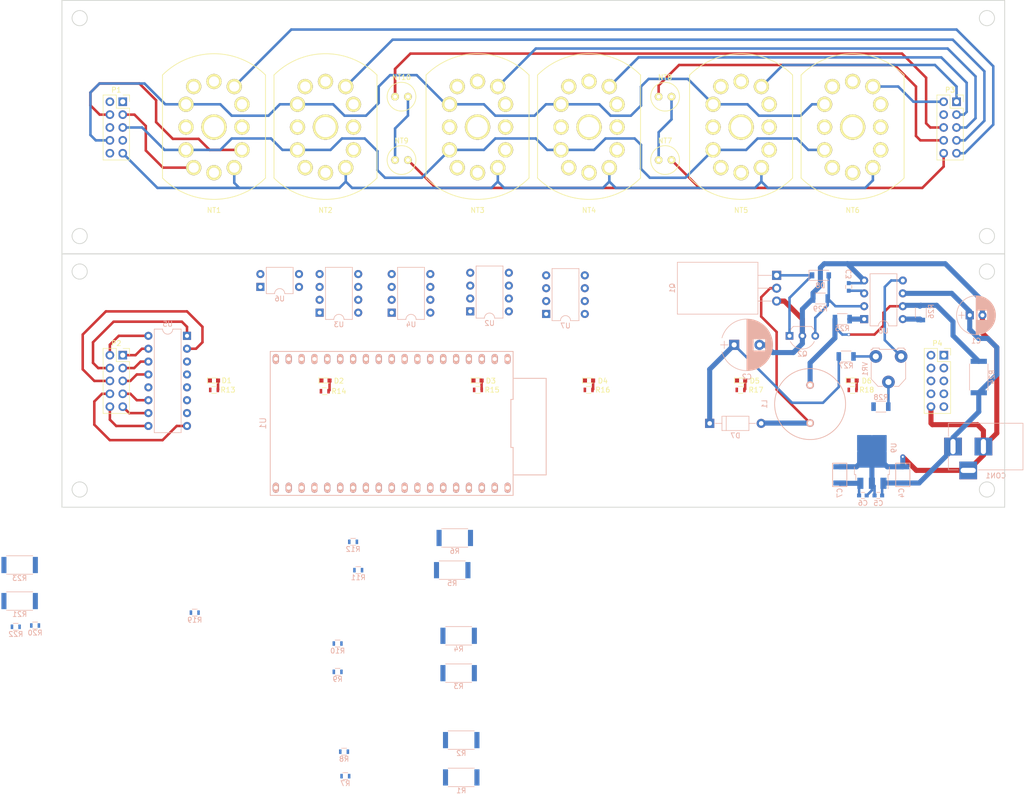
<source format=kicad_pcb>
(kicad_pcb (version 4) (host pcbnew 4.0.1-stable)
  (title_block (title "ESP32 Nixie Clock") (date 2017-10-24) (company taltalp))
  (layers (0 F.Cu signal) (1 In1.Cu signal) (2 In2.Cu signal) (31 B.Cu signal) (34 B.Paste user) (35 F.Paste user) (36 B.SilkS user) (37 F.SilkS user) (38 B.Mask user) (39 F.Mask user) (44 Edge.Cuts user))
  (net 0 "")
  (net 1 +9V)
  (net 2 GND)
  (net 3 "Net-(C3-Pad1)")
  (net 4 +5V)
  (net 5 VNXE)
  (net 6 "Net-(D1-Pad2)")
  (net 7 "Net-(D2-Pad2)")
  (net 8 "Net-(L1-Pad1)")
  (net 9 +3V3)
  (net 10 "Net-(R1-Pad2)")
  (net 11 "Net-(R3-Pad2)")
  (net 12 "Net-(R4-Pad2)")
  (net 13 "Net-(R5-Pad2)")
  (net 14 "Net-(R6-Pad2)")
  (net 15 "Net-(R7-Pad2)")
  (net 16 "Net-(R9-Pad2)")
  (net 17 "Net-(R10-Pad2)")
  (net 18 "Net-(R12-Pad2)")
  (net 19 nxecom0)
  (net 20 nxecom1)
  (net 21 nxea)
  (net 22 nxed)
  (net 23 nxeb)
  (net 24 nxec)
  (net 25 nxecom2)
  (net 26 nxecom3)
  (net 27 nxecom4)
  (net 28 nxecom5)
  (net 29 "Net-(U1-Pad2)")
  (net 30 "Net-(U1-Pad3)")
  (net 31 "Net-(U1-Pad35)")
  (net 32 "Net-(U1-Pad4)")
  (net 33 "Net-(U1-Pad34)")
  (net 34 "Net-(U1-Pad28)")
  (net 35 "Net-(U1-Pad27)")
  (net 36 "Net-(U1-Pad15)")
  (net 37 "Net-(U1-Pad16)")
  (net 38 "Net-(U1-Pad22)")
  (net 39 "Net-(U1-Pad17)")
  (net 40 "Net-(U1-Pad21)")
  (net 41 "Net-(U1-Pad18)")
  (net 42 "Net-(U1-Pad20)")
  (net 43 "Net-(D3-Pad2)")
  (net 44 led0)
  (net 45 "Net-(D4-Pad2)")
  (net 46 led1)
  (net 47 "Net-(D5-Pad2)")
  (net 48 led2)
  (net 49 "Net-(D6-Pad2)")
  (net 50 led3)
  (net 51 "Net-(D7-Pad2)")
  (net 52 led4)
  (net 53 "Net-(D8-Pad2)")
  (net 54 led5)
  (net 55 "Net-(D8-Pad1)")
  (net 56 "Net-(NT7-Pad1)")
  (net 57 "Net-(R2-Pad2)")
  (net 58 "Net-(R8-Pad2)")
  (net 59 "Net-(R11-Pad2)")
  (net 60 "Net-(R19-Pad2)")
  (net 61 "Net-(R20-Pad2)")
  (net 62 "Net-(R21-Pad2)")
  (net 63 "Net-(R22-Pad2)")
  (net 64 "Net-(R23-Pad2)")
  (net 65 "Net-(R25-Pad2)")
  (net 66 "Net-(R26-Pad2)")
  (net 67 "Net-(R27-Pad2)")
  (net 68 "Net-(R28-Pad1)")
  (net 69 nxedot)
  (net 70 nxecol0)
  (net 71 nxecol1)
  (net 72 "Net-(U8-Pad5)")
  (net 73 "Net-(NT10-Pad2)")
  (net 74 /nixie/ndot)
  (net 75 /nixie/n1)
  (net 76 /nixie/n2)
  (net 77 /nixie/n3)
  (net 78 /nixie/n4)
  (net 79 /nixie/n5)
  (net 80 /nixie/n6)
  (net 81 /nixie/n7)
  (net 82 /nixie/n8)
  (net 83 /nixie/n9)
  (net 84 /nixie/n0)
  (net 85 /nixie/nc0)
  (net 86 /nixie/nc1)
  (net 87 /nixie/nc2)
  (net 88 /nixie/nc3)
  (net 89 /nixie/nc4)
  (net 90 /nixie/nc5)
  (net 91 /nixie/ncol0)
  (net 92 /nixie/ncol1)
  (net 93 /nixie/nm1)
  (net 94 /nixie/nm6)
  (net 95 /nixie/nm2)
  (net 96 /nixie/nm7)
  (net 97 /nixie/nm3)
  (net 98 /nixie/nm8)
  (net 99 /nixie/nm4)
  (net 100 /nixie/nm9)
  (net 101 /nixie/nm5)
  (net 102 /nixie/nm0)
  (net 103 /nixie/nmc0)
  (net 104 /nixie/nmcol1)
  (net 105 /nixie/nmc1)
  (net 106 /nixie/nmcol0)
  (net 107 /nixie/nmc2)
  (net 108 /nixie/nmdot)
  (net 109 /nixie/nmc3)
  (net 110 /nixie/nmc4)
  (net 111 /nixie/nmc5)
  (net 112 /nixie/ngnd)
  (module Capacitors_ThroughHole:CP_Radial_D7.5mm_P2.50mm (layer B.Cu) (at 229.108 87.122)
    (fp_text reference C1 (at 1.25 5.06) (layer B.SilkS) (effects (justify mirror)))
    (fp_text value 470u)
    (pad 1 thru_hole rect (at 0 0) (size 1.6 1.6) (drill 0.8) (layers *.Cu *.Mask) (net 1 +9V))
    (pad 2 thru_hole circle (at 2.5 0) (size 1.6 1.6) (drill 0.8) (layers *.Cu *.Mask) (net 2 GND))
  )
  (module Capacitors_SMD:C_0603 (layer B.Cu) (at 205.232 81.534 90)
    (fp_text reference C3 (at 2.54 0 90) (layer B.SilkS) (effects (justify mirror)))
    (fp_text value 330p)
    (pad 2 smd rect (at 0.75 0 90) (size 0.8 0.75) (layers B.Cu B.Paste B.Mask) (net 2 GND))
    (pad 1 smd rect (at -0.75 0 90) (size 0.8 0.75) (layers B.Cu B.Paste B.Mask) (net 3 "Net-(C3-Pad1)"))
  )
  (module Capacitors_SMD:C_0603 (layer B.Cu) (at 211.074 122.682 180)
    (fp_text reference C5 (at 0 -1.524 180) (layer B.SilkS) (effects (justify mirror)))
    (fp_text value 0.1u)
    (pad 2 smd rect (at 0.75 0 180) (size 0.8 0.75) (layers B.Cu B.Paste B.Mask) (net 2 GND))
    (pad 1 smd rect (at -0.75 0 180) (size 0.8 0.75) (layers B.Cu B.Paste B.Mask) (net 1 +9V))
  )
  (module Capacitors_SMD:C_0603 (layer B.Cu) (at 208.026 122.682)
    (fp_text reference C6 (at 0 1.5) (layer B.SilkS) (effects (justify mirror)))
    (fp_text value 0.1u)
    (pad 2 smd rect (at 0.75 0) (size 0.8 0.75) (layers B.Cu B.Paste B.Mask) (net 2 GND))
    (pad 1 smd rect (at -0.75 0) (size 0.8 0.75) (layers B.Cu B.Paste B.Mask) (net 4 +5V))
  )
  (module Connect:BARREL_JACK (layer B.Cu) (at 225.806 113.03 180)
    (fp_text reference CON1 (at -8.45 -5.75 360) (layer B.SilkS) (effects (justify mirror)))
    (fp_text value BARREL_JACK)
    (pad 1 thru_hole rect (at 0 0 180) (size 3.5 3.5) (drill oval 1 3) (layers *.Cu *.Mask) (net 1 +9V))
    (pad 2 thru_hole rect (at -6 0 180) (size 3.5 3.5) (drill oval 1 3) (layers *.Cu *.Mask) (net 2 GND))
    (pad 3 thru_hole rect (at -3 -4.7 180) (size 3.5 3.5) (drill oval 3 1) (layers *.Cu *.Mask) (net 2 GND))
  )
  (module LEDs:LED_0603 (layer F.Cu) (at 80 100)
    (fp_text reference D1 (at 2.5 0) (layer F.SilkS))
    (fp_text value LED)
    (pad 2 smd rect (at 0.8 0 180) (size 0.8 0.8) (layers F.Cu F.Paste F.Mask) (net 6 "Net-(D1-Pad2)"))
    (pad 1 smd rect (at -0.8 0 180) (size 0.8 0.8) (layers F.Cu F.Paste F.Mask) (net 44 led0))
  )
  (module LEDs:LED_0603 (layer F.Cu) (at 102 100)
    (fp_text reference D2 (at 2.648 0.076) (layer F.SilkS))
    (fp_text value LED)
    (pad 2 smd rect (at 0.8 0 180) (size 0.8 0.8) (layers F.Cu F.Paste F.Mask) (net 7 "Net-(D2-Pad2)"))
    (pad 1 smd rect (at -0.8 0 180) (size 0.8 0.8) (layers F.Cu F.Paste F.Mask) (net 46 led1))
  )
  (module LEDs:LED_0603 (layer F.Cu) (at 132 100)
    (fp_text reference D3 (at 2.62 0.076) (layer F.SilkS))
    (fp_text value LED)
    (pad 2 smd rect (at 0.8 0 180) (size 0.8 0.8) (layers F.Cu F.Paste F.Mask) (net 43 "Net-(D3-Pad2)"))
    (pad 1 smd rect (at -0.8 0 180) (size 0.8 0.8) (layers F.Cu F.Paste F.Mask) (net 48 led2))
  )
  (module LEDs:LED_0603 (layer F.Cu) (at 154 100)
    (fp_text reference D4 (at 2.718 0.076) (layer F.SilkS))
    (fp_text value LED)
    (pad 2 smd rect (at 0.8 0 180) (size 0.8 0.8) (layers F.Cu F.Paste F.Mask) (net 45 "Net-(D4-Pad2)"))
    (pad 1 smd rect (at -0.8 0 180) (size 0.8 0.8) (layers F.Cu F.Paste F.Mask) (net 50 led3))
  )
  (module LEDs:LED_0603 (layer F.Cu) (at 184 100)
    (fp_text reference D5 (at 2.69 0.076) (layer F.SilkS))
    (fp_text value LED)
    (pad 2 smd rect (at 0.8 0 180) (size 0.8 0.8) (layers F.Cu F.Paste F.Mask) (net 47 "Net-(D5-Pad2)"))
    (pad 1 smd rect (at -0.8 0 180) (size 0.8 0.8) (layers F.Cu F.Paste F.Mask) (net 52 led4))
  )
  (module LEDs:LED_0603 (layer F.Cu) (at 206 100)
    (fp_text reference D6 (at 2.788 0.076) (layer F.SilkS))
    (fp_text value LED)
    (pad 2 smd rect (at 0.8 0 180) (size 0.8 0.8) (layers F.Cu F.Paste F.Mask) (net 49 "Net-(D6-Pad2)"))
    (pad 1 smd rect (at -0.8 0 180) (size 0.8 0.8) (layers F.Cu F.Paste F.Mask) (net 54 led5))
  )
  (module Diodes_ThroughHole:D_A-405_P10.16mm_Horizontal (layer B.Cu) (at 177.8 108.458)
    (fp_text reference D7 (at 5.08 2.41) (layer B.SilkS) (effects (justify mirror)))
    (fp_text value UF2010)
    (pad 1 thru_hole rect (at 0 0) (size 1.8 1.8) (drill 0.9) (layers *.Cu *.Mask) (net 5 VNXE))
    (pad 2 thru_hole oval (at 10.16 0) (size 1.8 1.8) (drill 0.9) (layers *.Cu *.Mask) (net 51 "Net-(D7-Pad2)"))
  )
  (module Diodes_SMD:D_SOD-123 (layer B.Cu) (at 199.644 79.248)
    (fp_text reference D8 (at 0 2) (layer B.SilkS) (effects (justify mirror)))
    (fp_text value 1N4148W)
    (pad 1 smd rect (at -1.65 0) (size 0.9 1.2) (layers B.Cu B.Paste B.Mask) (net 55 "Net-(D8-Pad1)"))
    (pad 2 smd rect (at 1.65 0) (size 0.9 1.2) (layers B.Cu B.Paste B.Mask) (net 53 "Net-(D8-Pad2)"))
  )
  (module nixie_clock:LHL13NB471K (layer B.Cu) (at 197.612 104.648 270)
    (fp_text reference L1 (at 0 9 270) (layer B.SilkS) (effects (justify mirror)))
    (fp_text value LHL13NB471K)
    (pad 1 thru_hole circle (at -3.75 0 270) (size 1.524 1.524) (drill 0.9) (layers *.Cu *.Mask B.SilkS) (net 8 "Net-(L1-Pad1)"))
    (pad 2 thru_hole circle (at 3.75 0 270) (size 1.524 1.524) (drill 0.9) (layers *.Cu *.Mask B.SilkS) (net 51 "Net-(D7-Pad2)"))
  )
  (module nixie_clock:IN-3 (layer F.Cu) (at 169 56.5)
    (fp_text reference NT7 (at 0 -3.81) (layer F.SilkS))
    (fp_text value IN-3)
    (pad 1 thru_hole circle (at -1.27 0) (size 1.524 1.524) (drill 0.762) (layers *.Cu *.Mask F.SilkS) (net 56 "Net-(NT7-Pad1)"))
    (pad 2 thru_hole circle (at 1.27 0) (size 1.524 1.524) (drill 0.762) (layers *.Cu *.Mask F.SilkS) (net 112 /nixie/ngnd))
  )
  (module nixie_clock:IN-3 (layer F.Cu) (at 169 44)
    (fp_text reference NT8 (at 0 -3.81) (layer F.SilkS))
    (fp_text value IN-3)
    (pad 1 thru_hole circle (at -1.27 0) (size 1.524 1.524) (drill 0.762) (layers *.Cu *.Mask F.SilkS) (net 91 /nixie/ncol0))
    (pad 2 thru_hole circle (at 1.27 0) (size 1.524 1.524) (drill 0.762) (layers *.Cu *.Mask F.SilkS) (net 56 "Net-(NT7-Pad1)"))
  )
  (module nixie_clock:IN-3 (layer F.Cu) (at 117 56.5)
    (fp_text reference NT9 (at 0 -3.81) (layer F.SilkS))
    (fp_text value IN-3)
    (pad 1 thru_hole circle (at -1.27 0) (size 1.524 1.524) (drill 0.762) (layers *.Cu *.Mask F.SilkS) (net 73 "Net-(NT10-Pad2)"))
    (pad 2 thru_hole circle (at 1.27 0) (size 1.524 1.524) (drill 0.762) (layers *.Cu *.Mask F.SilkS) (net 112 /nixie/ngnd))
  )
  (module nixie_clock:IN-3 (layer F.Cu) (at 117 44)
    (fp_text reference NT10 (at 0 -3.81) (layer F.SilkS))
    (fp_text value IN-3)
    (pad 1 thru_hole circle (at -1.27 0) (size 1.524 1.524) (drill 0.762) (layers *.Cu *.Mask F.SilkS) (net 92 /nixie/ncol1))
    (pad 2 thru_hole circle (at 1.27 0) (size 1.524 1.524) (drill 0.762) (layers *.Cu *.Mask F.SilkS) (net 73 "Net-(NT10-Pad2)"))
  )
  (module TO_SOT_Packages_THT:TO-92_Inline_Wide (layer B.Cu) (at 193.548 91.186)
    (fp_text reference Q2 (at 2.54 3.56 180) (layer B.SilkS) (effects (justify mirror)))
    (fp_text value 2SA1015)
    (pad 2 thru_hole circle (at 2.54 0 270) (size 1.52 1.52) (drill 0.8) (layers *.Cu *.Mask) (net 2 GND))
    (pad 3 thru_hole circle (at 5.08 0 270) (size 1.52 1.52) (drill 0.8) (layers *.Cu *.Mask) (net 53 "Net-(D8-Pad2)"))
    (pad 1 thru_hole rect (at 0 0 270) (size 1.52 1.52) (drill 0.8) (layers *.Cu *.Mask) (net 55 "Net-(D8-Pad1)"))
  )
  (module Resistors_SMD:R_2512 (layer B.Cu) (at 128.778 178.308)
    (fp_text reference R1 (at 0 2.6) (layer B.SilkS) (effects (justify mirror)))
    (fp_text value 20k)
    (pad 1 smd rect (at -3.1 0) (size 1 3.2) (layers B.Cu B.Paste B.Mask) (net 5 VNXE))
    (pad 2 smd rect (at 3.1 0) (size 1 3.2) (layers B.Cu B.Paste B.Mask) (net 10 "Net-(R1-Pad2)"))
  )
  (module Resistors_SMD:R_2512 (layer B.Cu) (at 128.778 170.942)
    (fp_text reference R2 (at 0 2.6) (layer B.SilkS) (effects (justify mirror)))
    (fp_text value 20k)
    (pad 1 smd rect (at -3.1 0) (size 1 3.2) (layers B.Cu B.Paste B.Mask) (net 5 VNXE))
    (pad 2 smd rect (at 3.1 0) (size 1 3.2) (layers B.Cu B.Paste B.Mask) (net 57 "Net-(R2-Pad2)"))
  )
  (module Resistors_SMD:R_2512 (layer B.Cu) (at 128.27 157.734)
    (fp_text reference R3 (at 0 2.6) (layer B.SilkS) (effects (justify mirror)))
    (fp_text value 20k)
    (pad 1 smd rect (at -3.1 0) (size 1 3.2) (layers B.Cu B.Paste B.Mask) (net 5 VNXE))
    (pad 2 smd rect (at 3.1 0) (size 1 3.2) (layers B.Cu B.Paste B.Mask) (net 11 "Net-(R3-Pad2)"))
  )
  (module Resistors_SMD:R_2512 (layer B.Cu) (at 128.27 150.368)
    (fp_text reference R4 (at 0 2.6) (layer B.SilkS) (effects (justify mirror)))
    (fp_text value 20k)
    (pad 1 smd rect (at -3.1 0) (size 1 3.2) (layers B.Cu B.Paste B.Mask) (net 5 VNXE))
    (pad 2 smd rect (at 3.1 0) (size 1 3.2) (layers B.Cu B.Paste B.Mask) (net 12 "Net-(R4-Pad2)"))
  )
  (module Resistors_SMD:R_2512 (layer B.Cu) (at 127 137.414)
    (fp_text reference R5 (at 0 2.6) (layer B.SilkS) (effects (justify mirror)))
    (fp_text value 20k)
    (pad 1 smd rect (at -3.1 0) (size 1 3.2) (layers B.Cu B.Paste B.Mask) (net 5 VNXE))
    (pad 2 smd rect (at 3.1 0) (size 1 3.2) (layers B.Cu B.Paste B.Mask) (net 13 "Net-(R5-Pad2)"))
  )
  (module Resistors_SMD:R_2512 (layer B.Cu) (at 127.508 131.064)
    (fp_text reference R6 (at 0 2.6) (layer B.SilkS) (effects (justify mirror)))
    (fp_text value 20k)
    (pad 1 smd rect (at -3.1 0) (size 1 3.2) (layers B.Cu B.Paste B.Mask) (net 5 VNXE))
    (pad 2 smd rect (at 3.1 0) (size 1 3.2) (layers B.Cu B.Paste B.Mask) (net 14 "Net-(R6-Pad2)"))
  )
  (module Resistors_SMD:R_0603 (layer B.Cu) (at 105.918 178.054)
    (fp_text reference R7 (at 0 1.45) (layer B.SilkS) (effects (justify mirror)))
    (fp_text value 300)
    (pad 1 smd rect (at -0.75 0) (size 0.5 0.9) (layers B.Cu B.Paste B.Mask) (net 9 +3V3))
    (pad 2 smd rect (at 0.75 0) (size 0.5 0.9) (layers B.Cu B.Paste B.Mask) (net 15 "Net-(R7-Pad2)"))
  )
  (module Resistors_SMD:R_0603 (layer B.Cu) (at 105.664 173.228)
    (fp_text reference R8 (at 0 1.45) (layer B.SilkS) (effects (justify mirror)))
    (fp_text value 300)
    (pad 1 smd rect (at -0.75 0) (size 0.5 0.9) (layers B.Cu B.Paste B.Mask) (net 9 +3V3))
    (pad 2 smd rect (at 0.75 0) (size 0.5 0.9) (layers B.Cu B.Paste B.Mask) (net 58 "Net-(R8-Pad2)"))
  )
  (module Resistors_SMD:R_0603 (layer B.Cu) (at 104.394 157.48)
    (fp_text reference R9 (at 0 1.45) (layer B.SilkS) (effects (justify mirror)))
    (fp_text value 300)
    (pad 1 smd rect (at -0.75 0) (size 0.5 0.9) (layers B.Cu B.Paste B.Mask) (net 9 +3V3))
    (pad 2 smd rect (at 0.75 0) (size 0.5 0.9) (layers B.Cu B.Paste B.Mask) (net 16 "Net-(R9-Pad2)"))
  )
  (module Resistors_SMD:R_0603 (layer B.Cu) (at 104.394 151.892)
    (fp_text reference R10 (at 0 1.45) (layer B.SilkS) (effects (justify mirror)))
    (fp_text value 300)
    (pad 1 smd rect (at -0.75 0) (size 0.5 0.9) (layers B.Cu B.Paste B.Mask) (net 9 +3V3))
    (pad 2 smd rect (at 0.75 0) (size 0.5 0.9) (layers B.Cu B.Paste B.Mask) (net 17 "Net-(R10-Pad2)"))
  )
  (module Resistors_SMD:R_0603 (layer B.Cu) (at 108.458 137.414)
    (fp_text reference R11 (at 0 1.45) (layer B.SilkS) (effects (justify mirror)))
    (fp_text value 300)
    (pad 1 smd rect (at -0.75 0) (size 0.5 0.9) (layers B.Cu B.Paste B.Mask) (net 9 +3V3))
    (pad 2 smd rect (at 0.75 0) (size 0.5 0.9) (layers B.Cu B.Paste B.Mask) (net 59 "Net-(R11-Pad2)"))
  )
  (module Resistors_SMD:R_0603 (layer B.Cu) (at 107.442 131.826)
    (fp_text reference R12 (at 0 1.45) (layer B.SilkS) (effects (justify mirror)))
    (fp_text value 300)
    (pad 1 smd rect (at -0.75 0) (size 0.5 0.9) (layers B.Cu B.Paste B.Mask) (net 9 +3V3))
    (pad 2 smd rect (at 0.75 0) (size 0.5 0.9) (layers B.Cu B.Paste B.Mask) (net 18 "Net-(R12-Pad2)"))
  )
  (module Resistors_SMD:R_0603 (layer F.Cu) (at 101.854 102.108 180)
    (fp_text reference R14 (at -2.794 0 180) (layer F.SilkS))
    (fp_text value 300)
    (pad 1 smd rect (at -0.75 0 180) (size 0.5 0.9) (layers F.Cu F.Paste F.Mask) (net 7 "Net-(D2-Pad2)"))
    (pad 2 smd rect (at 0.75 0 180) (size 0.5 0.9) (layers F.Cu F.Paste F.Mask) (net 9 +3V3))
  )
  (module Resistors_SMD:R_0603 (layer F.Cu) (at 132.08 101.854 180)
    (fp_text reference R15 (at -2.794 0 180) (layer F.SilkS))
    (fp_text value 300)
    (pad 1 smd rect (at -0.75 0 180) (size 0.5 0.9) (layers F.Cu F.Paste F.Mask) (net 43 "Net-(D3-Pad2)"))
    (pad 2 smd rect (at 0.75 0 180) (size 0.5 0.9) (layers F.Cu F.Paste F.Mask) (net 9 +3V3))
  )
  (module Resistors_SMD:R_0603 (layer F.Cu) (at 153.924 101.854 180)
    (fp_text reference R16 (at -2.794 0 180) (layer F.SilkS))
    (fp_text value 300)
    (pad 1 smd rect (at -0.75 0 180) (size 0.5 0.9) (layers F.Cu F.Paste F.Mask) (net 45 "Net-(D4-Pad2)"))
    (pad 2 smd rect (at 0.75 0 180) (size 0.5 0.9) (layers F.Cu F.Paste F.Mask) (net 9 +3V3))
  )
  (module Resistors_SMD:R_0603 (layer F.Cu) (at 183.896 101.854 180)
    (fp_text reference R17 (at -3.048 0 180) (layer F.SilkS))
    (fp_text value 300)
    (pad 1 smd rect (at -0.75 0 180) (size 0.5 0.9) (layers F.Cu F.Paste F.Mask) (net 47 "Net-(D5-Pad2)"))
    (pad 2 smd rect (at 0.75 0 180) (size 0.5 0.9) (layers F.Cu F.Paste F.Mask) (net 9 +3V3))
  )
  (module Resistors_SMD:R_0603 (layer F.Cu) (at 205.994 101.854 180)
    (fp_text reference R18 (at -2.794 0 180) (layer F.SilkS))
    (fp_text value 300)
    (pad 1 smd rect (at -0.75 0 180) (size 0.5 0.9) (layers F.Cu F.Paste F.Mask) (net 49 "Net-(D6-Pad2)"))
    (pad 2 smd rect (at 0.75 0 180) (size 0.5 0.9) (layers F.Cu F.Paste F.Mask) (net 9 +3V3))
  )
  (module Resistors_SMD:R_0603 (layer B.Cu) (at 76.2 145.796)
    (fp_text reference R19 (at 0 1.45) (layer B.SilkS) (effects (justify mirror)))
    (fp_text value 300)
    (pad 1 smd rect (at -0.75 0) (size 0.5 0.9) (layers B.Cu B.Paste B.Mask) (net 9 +3V3))
    (pad 2 smd rect (at 0.75 0) (size 0.5 0.9) (layers B.Cu B.Paste B.Mask) (net 60 "Net-(R19-Pad2)"))
  )
  (module Resistors_SMD:R_0603 (layer B.Cu) (at 44.704 148.336)
    (fp_text reference R20 (at 0 1.45) (layer B.SilkS) (effects (justify mirror)))
    (fp_text value 300)
    (pad 1 smd rect (at -0.75 0) (size 0.5 0.9) (layers B.Cu B.Paste B.Mask) (net 9 +3V3))
    (pad 2 smd rect (at 0.75 0) (size 0.5 0.9) (layers B.Cu B.Paste B.Mask) (net 61 "Net-(R20-Pad2)"))
  )
  (module Resistors_SMD:R_2512 (layer B.Cu) (at 41.656 143.51)
    (fp_text reference R21 (at 0 2.6) (layer B.SilkS) (effects (justify mirror)))
    (fp_text value 100k)
    (pad 1 smd rect (at -3.1 0) (size 1 3.2) (layers B.Cu B.Paste B.Mask) (net 5 VNXE))
    (pad 2 smd rect (at 3.1 0) (size 1 3.2) (layers B.Cu B.Paste B.Mask) (net 62 "Net-(R21-Pad2)"))
  )
  (module Resistors_SMD:R_0603 (layer B.Cu) (at 40.894 148.59)
    (fp_text reference R22 (at 0 1.45) (layer B.SilkS) (effects (justify mirror)))
    (fp_text value 300)
    (pad 1 smd rect (at -0.75 0) (size 0.5 0.9) (layers B.Cu B.Paste B.Mask) (net 9 +3V3))
    (pad 2 smd rect (at 0.75 0) (size 0.5 0.9) (layers B.Cu B.Paste B.Mask) (net 63 "Net-(R22-Pad2)"))
  )
  (module Resistors_SMD:R_2512 (layer B.Cu) (at 41.656 136.398)
    (fp_text reference R23 (at 0 2.6) (layer B.SilkS) (effects (justify mirror)))
    (fp_text value 100k)
    (pad 1 smd rect (at -3.1 0) (size 1 3.2) (layers B.Cu B.Paste B.Mask) (net 5 VNXE))
    (pad 2 smd rect (at 3.1 0) (size 1 3.2) (layers B.Cu B.Paste B.Mask) (net 64 "Net-(R23-Pad2)"))
  )
  (module Resistors_SMD:R_2512 (layer B.Cu) (at 230.886 99.314 90)
    (fp_text reference R24 (at 0 2.6 90) (layer B.SilkS) (effects (justify mirror)))
    (fp_text value 1)
    (pad 1 smd rect (at -3.1 0 90) (size 1 3.2) (layers B.Cu B.Paste B.Mask) (net 1 +9V))
    (pad 2 smd rect (at 3.1 0 90) (size 1 3.2) (layers B.Cu B.Paste B.Mask) (net 8 "Net-(L1-Pad1)"))
  )
  (module Resistors_SMD:R_1206 (layer B.Cu) (at 203.962 87.884)
    (fp_text reference R25 (at 0 1.85) (layer B.SilkS) (effects (justify mirror)))
    (fp_text value 1k)
    (pad 1 smd rect (at -1.45 0) (size 0.9 1.7) (layers B.Cu B.Paste B.Mask) (net 8 "Net-(L1-Pad1)"))
    (pad 2 smd rect (at 1.45 0) (size 0.9 1.7) (layers B.Cu B.Paste B.Mask) (net 65 "Net-(R25-Pad2)"))
  )
  (module Resistors_SMD:R_1206 (layer B.Cu) (at 219.456 86.614 270)
    (fp_text reference R26 (at -0.254 -2.032 270) (layer B.SilkS) (effects (justify mirror)))
    (fp_text value 470)
    (pad 1 smd rect (at -1.45 0 270) (size 0.9 1.7) (layers B.Cu B.Paste B.Mask) (net 8 "Net-(L1-Pad1)"))
    (pad 2 smd rect (at 1.45 0 270) (size 0.9 1.7) (layers B.Cu B.Paste B.Mask) (net 66 "Net-(R26-Pad2)"))
  )
  (module Resistors_SMD:R_1206 (layer B.Cu) (at 204.724 95.25)
    (fp_text reference R27 (at 0 1.85) (layer B.SilkS) (effects (justify mirror)))
    (fp_text value 470k)
    (pad 1 smd rect (at -1.45 0) (size 0.9 1.7) (layers B.Cu B.Paste B.Mask) (net 5 VNXE))
    (pad 2 smd rect (at 1.45 0) (size 0.9 1.7) (layers B.Cu B.Paste B.Mask) (net 67 "Net-(R27-Pad2)"))
  )
  (module Resistors_SMD:R_1206 (layer B.Cu) (at 211.582 105.156 180)
    (fp_text reference R28 (at 0 1.85 180) (layer B.SilkS) (effects (justify mirror)))
    (fp_text value 470)
    (pad 1 smd rect (at -1.45 0 180) (size 0.9 1.7) (layers B.Cu B.Paste B.Mask) (net 68 "Net-(R28-Pad1)"))
    (pad 2 smd rect (at 1.45 0 180) (size 0.9 1.7) (layers B.Cu B.Paste B.Mask) (net 2 GND))
  )
  (module Resistors_SMD:R_1206 (layer B.Cu) (at 199.644 83.82 180)
    (fp_text reference R29 (at 0 -2.032 180) (layer B.SilkS) (effects (justify mirror)))
    (fp_text value 1k)
    (pad 1 smd rect (at -1.45 0 180) (size 0.9 1.7) (layers B.Cu B.Paste B.Mask) (net 53 "Net-(D8-Pad2)"))
    (pad 2 smd rect (at 1.45 0 180) (size 0.9 1.7) (layers B.Cu B.Paste B.Mask) (net 2 GND))
  )
  (module nixie_clock:ESP32-DEV-Kit (layer B.Cu) (at 115.062 108.458 180)
    (fp_text reference U1 (at 25.4 0 450) (layer B.SilkS) (effects (font (size 1.2 1.2)) (justify mirror)))
    (fp_text value ESP32-DevKitC)
    (pad 38 thru_hole oval (at -22.86 12.7 180) (size 1.2 2) (drill 0.8) (layers *.Cu *.Mask B.SilkS) (net 2 GND))
    (pad 1 thru_hole oval (at -22.86 -12.7 180) (size 1.2 2) (drill 0.8) (layers *.Cu *.Mask B.SilkS) (net 9 +3V3))
    (pad 37 thru_hole oval (at -20.32 12.7 180) (size 1.2 2) (drill 0.8) (layers *.Cu *.Mask B.SilkS) (net 44 led0))
    (pad 2 thru_hole oval (at -20.32 -12.7 180) (size 1.2 2) (drill 0.8) (layers *.Cu *.Mask B.SilkS) (net 29 "Net-(U1-Pad2)"))
    (pad 36 thru_hole oval (at -17.78 12.7 180) (size 1.2 2) (drill 0.8) (layers *.Cu *.Mask B.SilkS) (net 46 led1))
    (pad 3 thru_hole oval (at -17.78 -12.7 180) (size 1.2 2) (drill 0.8) (layers *.Cu *.Mask B.SilkS) (net 30 "Net-(U1-Pad3)"))
    (pad 35 thru_hole oval (at -15.24 12.7 180) (size 1.2 2) (drill 0.8) (layers *.Cu *.Mask B.SilkS) (net 31 "Net-(U1-Pad35)"))
    (pad 4 thru_hole oval (at -15.24 -12.7 180) (size 1.2 2) (drill 0.8) (layers *.Cu *.Mask B.SilkS) (net 32 "Net-(U1-Pad4)"))
    (pad 34 thru_hole oval (at -12.7 12.7 180) (size 1.2 2) (drill 0.8) (layers *.Cu *.Mask B.SilkS) (net 33 "Net-(U1-Pad34)"))
    (pad 5 thru_hole oval (at -12.7 -12.7 180) (size 1.2 2) (drill 0.8) (layers *.Cu *.Mask B.SilkS) (net 19 nxecom0))
    (pad 33 thru_hole oval (at -10.16 12.7 180) (size 1.2 2) (drill 0.8) (layers *.Cu *.Mask B.SilkS) (net 48 led2))
    (pad 6 thru_hole oval (at -10.16 -12.7 180) (size 1.2 2) (drill 0.8) (layers *.Cu *.Mask B.SilkS) (net 20 nxecom1))
    (pad 32 thru_hole oval (at -7.62 12.7 180) (size 1.2 2) (drill 0.8) (layers *.Cu *.Mask B.SilkS) (net 2 GND))
    (pad 7 thru_hole oval (at -7.62 -12.7 180) (size 1.2 2) (drill 0.8) (layers *.Cu *.Mask B.SilkS) (net 25 nxecom2))
    (pad 31 thru_hole oval (at -5.08 12.7 180) (size 1.2 2) (drill 0.8) (layers *.Cu *.Mask B.SilkS) (net 50 led3))
    (pad 8 thru_hole oval (at -5.08 -12.7 180) (size 1.2 2) (drill 0.8) (layers *.Cu *.Mask B.SilkS) (net 26 nxecom3))
    (pad 30 thru_hole oval (at -2.54 12.7 180) (size 1.2 2) (drill 0.8) (layers *.Cu *.Mask B.SilkS) (net 52 led4))
    (pad 9 thru_hole oval (at -2.54 -12.7 180) (size 1.2 2) (drill 0.8) (layers *.Cu *.Mask B.SilkS) (net 27 nxecom4))
    (pad 29 thru_hole oval (at 0 12.7 180) (size 1.2 2) (drill 0.8) (layers *.Cu *.Mask B.SilkS) (net 54 led5))
    (pad 10 thru_hole oval (at 0 -12.7 180) (size 1.2 2) (drill 0.8) (layers *.Cu *.Mask B.SilkS) (net 28 nxecom5))
    (pad 28 thru_hole oval (at 2.54 12.7 180) (size 1.2 2) (drill 0.8) (layers *.Cu *.Mask B.SilkS) (net 34 "Net-(U1-Pad28)"))
    (pad 11 thru_hole oval (at 2.54 -12.7 180) (size 1.2 2) (drill 0.8) (layers *.Cu *.Mask B.SilkS) (net 69 nxedot))
    (pad 27 thru_hole oval (at 5.08 12.7 180) (size 1.2 2) (drill 0.8) (layers *.Cu *.Mask B.SilkS) (net 35 "Net-(U1-Pad27)"))
    (pad 12 thru_hole oval (at 5.08 -12.7 180) (size 1.2 2) (drill 0.8) (layers *.Cu *.Mask B.SilkS) (net 70 nxecol0))
    (pad 26 thru_hole oval (at 7.62 12.7 180) (size 1.2 2) (drill 0.8) (layers *.Cu *.Mask B.SilkS) (net 22 nxed))
    (pad 13 thru_hole oval (at 7.62 -12.7 180) (size 1.2 2) (drill 0.8) (layers *.Cu *.Mask B.SilkS) (net 71 nxecol1))
    (pad 25 thru_hole oval (at 10.16 12.7 180) (size 1.2 2) (drill 0.8) (layers *.Cu *.Mask B.SilkS) (net 24 nxec))
    (pad 14 thru_hole oval (at 10.16 -12.7 180) (size 1.2 2) (drill 0.8) (layers *.Cu *.Mask B.SilkS) (net 2 GND))
    (pad 24 thru_hole oval (at 12.7 12.7 180) (size 1.2 2) (drill 0.8) (layers *.Cu *.Mask B.SilkS) (net 23 nxeb))
    (pad 15 thru_hole oval (at 12.7 -12.7 180) (size 1.2 2) (drill 0.8) (layers *.Cu *.Mask B.SilkS) (net 36 "Net-(U1-Pad15)"))
    (pad 23 thru_hole oval (at 15.24 12.7 180) (size 1.2 2) (drill 0.8) (layers *.Cu *.Mask B.SilkS) (net 21 nxea))
    (pad 16 thru_hole oval (at 15.24 -12.7 180) (size 1.2 2) (drill 0.8) (layers *.Cu *.Mask B.SilkS) (net 37 "Net-(U1-Pad16)"))
    (pad 22 thru_hole oval (at 17.78 12.7 180) (size 1.2 2) (drill 0.8) (layers *.Cu *.Mask B.SilkS) (net 38 "Net-(U1-Pad22)"))
    (pad 17 thru_hole oval (at 17.78 -12.7 180) (size 1.2 2) (drill 0.8) (layers *.Cu *.Mask B.SilkS) (net 39 "Net-(U1-Pad17)"))
    (pad 21 thru_hole oval (at 20.32 12.7 180) (size 1.2 2) (drill 0.8) (layers *.Cu *.Mask B.SilkS) (net 40 "Net-(U1-Pad21)"))
    (pad 18 thru_hole oval (at 20.32 -12.7 180) (size 1.2 2) (drill 0.8) (layers *.Cu *.Mask B.SilkS) (net 41 "Net-(U1-Pad18)"))
    (pad 20 thru_hole oval (at 22.86 12.7 180) (size 1.2 2) (drill 0.8) (layers *.Cu *.Mask B.SilkS) (net 42 "Net-(U1-Pad20)"))
    (pad 19 thru_hole oval (at 22.86 -12.7 180) (size 1.2 2) (drill 0.8) (layers *.Cu *.Mask B.SilkS) (net 4 +5V))
  )
  (module Housings_DIP:DIP-8_W7.62mm (layer B.Cu) (at 130.556 86.36)
    (fp_text reference U2 (at 3.81 2.33) (layer B.SilkS) (effects (justify mirror)))
    (fp_text value TLP627-2)
    (pad 1 thru_hole rect (at 0 0) (size 1.6 1.6) (drill 0.8) (layers *.Cu *.Mask) (net 15 "Net-(R7-Pad2)"))
    (pad 5 thru_hole oval (at 7.62 -7.62) (size 1.6 1.6) (drill 0.8) (layers *.Cu *.Mask) (net 105 /nixie/nmc1))
    (pad 2 thru_hole oval (at 0 -2.54) (size 1.6 1.6) (drill 0.8) (layers *.Cu *.Mask) (net 19 nxecom0))
    (pad 6 thru_hole oval (at 7.62 -5.08) (size 1.6 1.6) (drill 0.8) (layers *.Cu *.Mask) (net 57 "Net-(R2-Pad2)"))
    (pad 3 thru_hole oval (at 0 -5.08) (size 1.6 1.6) (drill 0.8) (layers *.Cu *.Mask) (net 58 "Net-(R8-Pad2)"))
    (pad 7 thru_hole oval (at 7.62 -2.54) (size 1.6 1.6) (drill 0.8) (layers *.Cu *.Mask) (net 103 /nixie/nmc0))
    (pad 4 thru_hole oval (at 0 -7.62) (size 1.6 1.6) (drill 0.8) (layers *.Cu *.Mask) (net 20 nxecom1))
    (pad 8 thru_hole oval (at 7.62 0) (size 1.6 1.6) (drill 0.8) (layers *.Cu *.Mask) (net 10 "Net-(R1-Pad2)"))
  )
  (module Housings_DIP:DIP-8_W7.62mm (layer B.Cu) (at 100.838 86.614)
    (fp_text reference U3 (at 3.81 2.33) (layer B.SilkS) (effects (justify mirror)))
    (fp_text value TLP627-2)
    (pad 1 thru_hole rect (at 0 0) (size 1.6 1.6) (drill 0.8) (layers *.Cu *.Mask) (net 16 "Net-(R9-Pad2)"))
    (pad 5 thru_hole oval (at 7.62 -7.62) (size 1.6 1.6) (drill 0.8) (layers *.Cu *.Mask) (net 109 /nixie/nmc3))
    (pad 2 thru_hole oval (at 0 -2.54) (size 1.6 1.6) (drill 0.8) (layers *.Cu *.Mask) (net 25 nxecom2))
    (pad 6 thru_hole oval (at 7.62 -5.08) (size 1.6 1.6) (drill 0.8) (layers *.Cu *.Mask) (net 12 "Net-(R4-Pad2)"))
    (pad 3 thru_hole oval (at 0 -5.08) (size 1.6 1.6) (drill 0.8) (layers *.Cu *.Mask) (net 17 "Net-(R10-Pad2)"))
    (pad 7 thru_hole oval (at 7.62 -2.54) (size 1.6 1.6) (drill 0.8) (layers *.Cu *.Mask) (net 107 /nixie/nmc2))
    (pad 4 thru_hole oval (at 0 -7.62) (size 1.6 1.6) (drill 0.8) (layers *.Cu *.Mask) (net 26 nxecom3))
    (pad 8 thru_hole oval (at 7.62 0) (size 1.6 1.6) (drill 0.8) (layers *.Cu *.Mask) (net 11 "Net-(R3-Pad2)"))
  )
  (module Housings_DIP:DIP-8_W7.62mm (layer B.Cu) (at 115.062 86.614)
    (fp_text reference U4 (at 3.81 2.33) (layer B.SilkS) (effects (justify mirror)))
    (fp_text value TLP627-2)
    (pad 1 thru_hole rect (at 0 0) (size 1.6 1.6) (drill 0.8) (layers *.Cu *.Mask) (net 59 "Net-(R11-Pad2)"))
    (pad 5 thru_hole oval (at 7.62 -7.62) (size 1.6 1.6) (drill 0.8) (layers *.Cu *.Mask) (net 111 /nixie/nmc5))
    (pad 2 thru_hole oval (at 0 -2.54) (size 1.6 1.6) (drill 0.8) (layers *.Cu *.Mask) (net 27 nxecom4))
    (pad 6 thru_hole oval (at 7.62 -5.08) (size 1.6 1.6) (drill 0.8) (layers *.Cu *.Mask) (net 14 "Net-(R6-Pad2)"))
    (pad 3 thru_hole oval (at 0 -5.08) (size 1.6 1.6) (drill 0.8) (layers *.Cu *.Mask) (net 18 "Net-(R12-Pad2)"))
    (pad 7 thru_hole oval (at 7.62 -2.54) (size 1.6 1.6) (drill 0.8) (layers *.Cu *.Mask) (net 110 /nixie/nmc4))
    (pad 4 thru_hole oval (at 0 -7.62) (size 1.6 1.6) (drill 0.8) (layers *.Cu *.Mask) (net 28 nxecom5))
    (pad 8 thru_hole oval (at 7.62 0) (size 1.6 1.6) (drill 0.8) (layers *.Cu *.Mask) (net 13 "Net-(R5-Pad2)"))
  )
  (module Housings_DIP:DIP-16_W7.62mm (layer B.Cu) (at 74.676 91.186 180)
    (fp_text reference U5 (at 3.81 2.33 180) (layer B.SilkS) (effects (justify mirror)))
    (fp_text value SN74141)
    (pad 1 thru_hole rect (at 0 0 180) (size 1.6 1.6) (drill 0.8) (layers *.Cu *.Mask) (net 98 /nixie/nm8))
    (pad 9 thru_hole oval (at 7.62 -17.78 180) (size 1.6 1.6) (drill 0.8) (layers *.Cu *.Mask) (net 97 /nixie/nm3))
    (pad 2 thru_hole oval (at 0 -2.54 180) (size 1.6 1.6) (drill 0.8) (layers *.Cu *.Mask) (net 100 /nixie/nm9))
    (pad 10 thru_hole oval (at 7.62 -15.24 180) (size 1.6 1.6) (drill 0.8) (layers *.Cu *.Mask) (net 96 /nixie/nm7))
    (pad 3 thru_hole oval (at 0 -5.08 180) (size 1.6 1.6) (drill 0.8) (layers *.Cu *.Mask) (net 21 nxea))
    (pad 11 thru_hole oval (at 7.62 -12.7 180) (size 1.6 1.6) (drill 0.8) (layers *.Cu *.Mask) (net 94 /nixie/nm6))
    (pad 4 thru_hole oval (at 0 -7.62 180) (size 1.6 1.6) (drill 0.8) (layers *.Cu *.Mask) (net 22 nxed))
    (pad 12 thru_hole oval (at 7.62 -10.16 180) (size 1.6 1.6) (drill 0.8) (layers *.Cu *.Mask) (net 2 GND))
    (pad 5 thru_hole oval (at 0 -10.16 180) (size 1.6 1.6) (drill 0.8) (layers *.Cu *.Mask) (net 4 +5V))
    (pad 13 thru_hole oval (at 7.62 -7.62 180) (size 1.6 1.6) (drill 0.8) (layers *.Cu *.Mask) (net 99 /nixie/nm4))
    (pad 6 thru_hole oval (at 0 -12.7 180) (size 1.6 1.6) (drill 0.8) (layers *.Cu *.Mask) (net 23 nxeb))
    (pad 14 thru_hole oval (at 7.62 -5.08 180) (size 1.6 1.6) (drill 0.8) (layers *.Cu *.Mask) (net 101 /nixie/nm5))
    (pad 7 thru_hole oval (at 0 -15.24 180) (size 1.6 1.6) (drill 0.8) (layers *.Cu *.Mask) (net 24 nxec))
    (pad 15 thru_hole oval (at 7.62 -2.54 180) (size 1.6 1.6) (drill 0.8) (layers *.Cu *.Mask) (net 93 /nixie/nm1))
    (pad 8 thru_hole oval (at 0 -17.78 180) (size 1.6 1.6) (drill 0.8) (layers *.Cu *.Mask) (net 95 /nixie/nm2))
    (pad 16 thru_hole oval (at 7.62 0 180) (size 1.6 1.6) (drill 0.8) (layers *.Cu *.Mask) (net 102 /nixie/nm0))
  )
  (module Housings_DIP:DIP-4_W7.62mm (layer B.Cu) (at 89.154 81.534)
    (fp_text reference U6 (at 3.81 2.33) (layer B.SilkS) (effects (justify mirror)))
    (fp_text value TLP627)
    (pad 1 thru_hole rect (at 0 0) (size 1.6 1.6) (drill 0.8) (layers *.Cu *.Mask) (net 60 "Net-(R19-Pad2)"))
    (pad 3 thru_hole oval (at 7.62 -2.54) (size 1.6 1.6) (drill 0.8) (layers *.Cu *.Mask) (net 2 GND))
    (pad 2 thru_hole oval (at 0 -2.54) (size 1.6 1.6) (drill 0.8) (layers *.Cu *.Mask) (net 69 nxedot))
    (pad 4 thru_hole oval (at 7.62 0) (size 1.6 1.6) (drill 0.8) (layers *.Cu *.Mask) (net 108 /nixie/nmdot))
  )
  (module Housings_DIP:DIP-8_W7.62mm (layer B.Cu) (at 145.542 86.868)
    (fp_text reference U7 (at 3.81 2.33) (layer B.SilkS) (effects (justify mirror)))
    (fp_text value TLP627-2)
    (pad 1 thru_hole rect (at 0 0) (size 1.6 1.6) (drill 0.8) (layers *.Cu *.Mask) (net 61 "Net-(R20-Pad2)"))
    (pad 5 thru_hole oval (at 7.62 -7.62) (size 1.6 1.6) (drill 0.8) (layers *.Cu *.Mask) (net 104 /nixie/nmcol1))
    (pad 2 thru_hole oval (at 0 -2.54) (size 1.6 1.6) (drill 0.8) (layers *.Cu *.Mask) (net 70 nxecol0))
    (pad 6 thru_hole oval (at 7.62 -5.08) (size 1.6 1.6) (drill 0.8) (layers *.Cu *.Mask) (net 64 "Net-(R23-Pad2)"))
    (pad 3 thru_hole oval (at 0 -5.08) (size 1.6 1.6) (drill 0.8) (layers *.Cu *.Mask) (net 63 "Net-(R22-Pad2)"))
    (pad 7 thru_hole oval (at 7.62 -2.54) (size 1.6 1.6) (drill 0.8) (layers *.Cu *.Mask) (net 106 /nixie/nmcol0))
    (pad 4 thru_hole oval (at 0 -7.62) (size 1.6 1.6) (drill 0.8) (layers *.Cu *.Mask) (net 71 nxecol1))
    (pad 8 thru_hole oval (at 7.62 0) (size 1.6 1.6) (drill 0.8) (layers *.Cu *.Mask) (net 62 "Net-(R21-Pad2)"))
  )
  (module Housings_DIP:DIP-8_W7.62mm (layer B.Cu) (at 208.28 87.884)
    (fp_text reference U8 (at 3.81 2.33) (layer B.SilkS) (effects (justify mirror)))
    (fp_text value NJM2360A)
    (pad 1 thru_hole rect (at 0 0) (size 1.6 1.6) (drill 0.8) (layers *.Cu *.Mask) (net 65 "Net-(R25-Pad2)"))
    (pad 5 thru_hole oval (at 7.62 -7.62) (size 1.6 1.6) (drill 0.8) (layers *.Cu *.Mask) (net 72 "Net-(U8-Pad5)"))
    (pad 2 thru_hole oval (at 0 -2.54) (size 1.6 1.6) (drill 0.8) (layers *.Cu *.Mask) (net 53 "Net-(D8-Pad2)"))
    (pad 6 thru_hole oval (at 7.62 -5.08) (size 1.6 1.6) (drill 0.8) (layers *.Cu *.Mask) (net 1 +9V))
    (pad 3 thru_hole oval (at 0 -5.08) (size 1.6 1.6) (drill 0.8) (layers *.Cu *.Mask) (net 3 "Net-(C3-Pad1)"))
    (pad 7 thru_hole oval (at 7.62 -2.54) (size 1.6 1.6) (drill 0.8) (layers *.Cu *.Mask) (net 8 "Net-(L1-Pad1)"))
    (pad 4 thru_hole oval (at 0 -7.62) (size 1.6 1.6) (drill 0.8) (layers *.Cu *.Mask) (net 2 GND))
    (pad 8 thru_hole oval (at 7.62 0) (size 1.6 1.6) (drill 0.8) (layers *.Cu *.Mask) (net 66 "Net-(R26-Pad2)"))
  )
  (module TO_SOT_Packages_SMD:TO-252-3_TabPin2 (layer B.Cu) (at 209.804 116.078 90)
    (fp_text reference U9 (at 2.794 4.318 90) (layer B.SilkS) (effects (justify mirror)))
    (fp_text value NJM7805S)
    (pad 1 smd rect (at -4.2 2.28 90) (size 2.2 1.2) (layers B.Cu B.Paste B.Mask) (net 1 +9V))
    (pad 2 smd rect (at -4.2 0 90) (size 2.2 1.2) (layers B.Cu B.Paste B.Mask) (net 2 GND))
    (pad 3 smd rect (at -4.2 -2.28 90) (size 2.2 1.2) (layers B.Cu B.Paste B.Mask) (net 4 +5V))
    (pad 2 smd rect (at 2.1 0 90) (size 6.4 5.8) (layers B.Cu B.Mask) (net 2 GND))
    (pad 2 smd rect (at 3.775 -1.525 90) (size 3.05 2.75) (layers B.Cu B.Paste) (net 2 GND))
    (pad 2 smd rect (at 0.425 1.525 90) (size 3.05 2.75) (layers B.Cu B.Paste) (net 2 GND))
    (pad 2 smd rect (at 3.775 1.525 90) (size 3.05 2.75) (layers B.Cu B.Paste) (net 2 GND))
    (pad 2 smd rect (at 0.425 -1.525 90) (size 3.05 2.75) (layers B.Cu B.Paste) (net 2 GND))
  )
  (module Potentiometers:Potentiometer_Triwood_RM-065 (layer B.Cu) (at 210.566 95.25)
    (fp_text reference VR1 (at -2.1 2.5 270) (layer B.SilkS) (effects (justify mirror)))
    (fp_text value 10k)
    (pad 2 thru_hole circle (at 2.5 5.04) (size 2.5 2.5) (drill 1.2) (layers *.Cu *.Mask) (net 68 "Net-(R28-Pad1)"))
    (pad 3 thru_hole circle (at 5 0) (size 2.5 2.5) (drill 1.2) (layers *.Cu *.Mask) (net 72 "Net-(U8-Pad5)"))
    (pad 1 thru_hole circle (at 0 0) (size 2.5 2.5) (drill 1.2) (layers *.Cu *.Mask) (net 67 "Net-(R27-Pad2)"))
  )
  (module Resistors_SMD:R_0603 (layer F.Cu) (at 80.01 101.854 180)
    (fp_text reference R13 (at -2.75 0 180) (layer F.SilkS))
    (fp_text value 300)
    (pad 1 smd rect (at -0.75 0 180) (size 0.5 0.9) (layers F.Cu F.Paste F.Mask) (net 6 "Net-(D1-Pad2)"))
    (pad 2 smd rect (at 0.75 0 180) (size 0.5 0.9) (layers F.Cu F.Paste F.Mask) (net 9 +3V3))
  )
  (module TO_SOT_Packages_THT:TO-220-3_Horizontal (layer B.Cu) (at 191.008 79.248 270)
    (fp_text reference Q1 (at 2.54 20.58 270) (layer B.SilkS) (effects (justify mirror)))
    (fp_text value 2SK3234)
    (pad 0 np_thru_hole oval (at 2.54 16.66 270) (size 3.5 3.5) (drill 3.5) (layers *.Cu *.Mask))
    (pad 1 thru_hole rect (at 0 0 270) (size 1.8 1.8) (drill 1) (layers *.Cu *.Mask) (net 55 "Net-(D8-Pad1)"))
    (pad 2 thru_hole oval (at 2.54 0 270) (size 1.8 1.8) (drill 1) (layers *.Cu *.Mask) (net 51 "Net-(D7-Pad2)"))
    (pad 3 thru_hole oval (at 5.08 0 270) (size 1.8 1.8) (drill 1) (layers *.Cu *.Mask) (net 2 GND))
  )
  (module Socket_Strips:Socket_Strip_Straight_2x05_Pitch2.54mm (layer F.Cu) (at 62 45)
    (fp_text reference P1 (at -1.27 -2.33) (layer F.SilkS))
    (fp_text value CONN_02X05)
    (pad 1 thru_hole rect (at 0 0) (size 1.7 1.7) (drill 1) (layers *.Cu *.Mask) (net 75 /nixie/n1))
    (pad 2 thru_hole oval (at -2.54 0) (size 1.7 1.7) (drill 1) (layers *.Cu *.Mask) (net 84 /nixie/n0))
    (pad 3 thru_hole oval (at 0 2.54) (size 1.7 1.7) (drill 1) (layers *.Cu *.Mask) (net 79 /nixie/n5))
    (pad 4 thru_hole oval (at -2.54 2.54) (size 1.7 1.7) (drill 1) (layers *.Cu *.Mask) (net 82 /nixie/n8))
    (pad 5 thru_hole oval (at 0 5.08) (size 1.7 1.7) (drill 1) (layers *.Cu *.Mask) (net 78 /nixie/n4))
    (pad 6 thru_hole oval (at -2.54 5.08) (size 1.7 1.7) (drill 1) (layers *.Cu *.Mask) (net 83 /nixie/n9))
    (pad 7 thru_hole oval (at 0 7.62) (size 1.7 1.7) (drill 1) (layers *.Cu *.Mask) (net 80 /nixie/n6))
    (pad 8 thru_hole oval (at -2.54 7.62) (size 1.7 1.7) (drill 1) (layers *.Cu *.Mask) (net 76 /nixie/n2))
    (pad 9 thru_hole oval (at 0 10.16) (size 1.7 1.7) (drill 1) (layers *.Cu *.Mask) (net 81 /nixie/n7))
    (pad 10 thru_hole oval (at -2.54 10.16) (size 1.7 1.7) (drill 1) (layers *.Cu *.Mask) (net 77 /nixie/n3))
  )
  (module Socket_Strips:Socket_Strip_Straight_2x05_Pitch2.54mm (layer F.Cu) (at 62 95)
    (fp_text reference P2 (at -1.27 -2.33) (layer F.SilkS))
    (fp_text value CONN_02X05)
    (pad 1 thru_hole rect (at 0 0) (size 1.7 1.7) (drill 1) (layers *.Cu *.Mask) (net 93 /nixie/nm1))
    (pad 2 thru_hole oval (at -2.54 0) (size 1.7 1.7) (drill 1) (layers *.Cu *.Mask) (net 102 /nixie/nm0))
    (pad 3 thru_hole oval (at 0 2.54) (size 1.7 1.7) (drill 1) (layers *.Cu *.Mask) (net 101 /nixie/nm5))
    (pad 4 thru_hole oval (at -2.54 2.54) (size 1.7 1.7) (drill 1) (layers *.Cu *.Mask) (net 98 /nixie/nm8))
    (pad 5 thru_hole oval (at 0 5.08) (size 1.7 1.7) (drill 1) (layers *.Cu *.Mask) (net 99 /nixie/nm4))
    (pad 6 thru_hole oval (at -2.54 5.08) (size 1.7 1.7) (drill 1) (layers *.Cu *.Mask) (net 100 /nixie/nm9))
    (pad 7 thru_hole oval (at 0 7.62) (size 1.7 1.7) (drill 1) (layers *.Cu *.Mask) (net 94 /nixie/nm6))
    (pad 8 thru_hole oval (at -2.54 7.62) (size 1.7 1.7) (drill 1) (layers *.Cu *.Mask) (net 95 /nixie/nm2))
    (pad 9 thru_hole oval (at 0 10.16) (size 1.7 1.7) (drill 1) (layers *.Cu *.Mask) (net 96 /nixie/nm7))
    (pad 10 thru_hole oval (at -2.54 10.16) (size 1.7 1.7) (drill 1) (layers *.Cu *.Mask) (net 97 /nixie/nm3))
  )
  (module Socket_Strips:Socket_Strip_Straight_2x05_Pitch2.54mm (layer F.Cu) (at 226.5 45)
    (fp_text reference P3 (at -1.27 -2.33) (layer F.SilkS))
    (fp_text value CONN_02X05)
    (pad 1 thru_hole rect (at 0 0) (size 1.7 1.7) (drill 1) (layers *.Cu *.Mask) (net 89 /nixie/nc4))
    (pad 2 thru_hole oval (at -2.54 0) (size 1.7 1.7) (drill 1) (layers *.Cu *.Mask) (net 90 /nixie/nc5))
    (pad 3 thru_hole oval (at 0 2.54) (size 1.7 1.7) (drill 1) (layers *.Cu *.Mask) (net 88 /nixie/nc3))
    (pad 4 thru_hole oval (at -2.54 2.54) (size 1.7 1.7) (drill 1) (layers *.Cu *.Mask) (net 74 /nixie/ndot))
    (pad 5 thru_hole oval (at 0 5.08) (size 1.7 1.7) (drill 1) (layers *.Cu *.Mask) (net 87 /nixie/nc2))
    (pad 6 thru_hole oval (at -2.54 5.08) (size 1.7 1.7) (drill 1) (layers *.Cu *.Mask) (net 92 /nixie/ncol1))
    (pad 7 thru_hole oval (at 0 7.62) (size 1.7 1.7) (drill 1) (layers *.Cu *.Mask) (net 86 /nixie/nc1))
    (pad 8 thru_hole oval (at -2.54 7.62) (size 1.7 1.7) (drill 1) (layers *.Cu *.Mask) (net 91 /nixie/ncol0))
    (pad 9 thru_hole oval (at 0 10.16) (size 1.7 1.7) (drill 1) (layers *.Cu *.Mask) (net 85 /nixie/nc0))
    (pad 10 thru_hole oval (at -2.54 10.16) (size 1.7 1.7) (drill 1) (layers *.Cu *.Mask) (net 112 /nixie/ngnd))
  )
  (module Socket_Strips:Socket_Strip_Straight_2x05_Pitch2.54mm (layer F.Cu) (at 224 95)
    (fp_text reference P4 (at -1.27 -2.33) (layer F.SilkS))
    (fp_text value CONN_02X05)
    (pad 1 thru_hole rect (at 0 0) (size 1.7 1.7) (drill 1) (layers *.Cu *.Mask) (net 110 /nixie/nmc4))
    (pad 2 thru_hole oval (at -2.54 0) (size 1.7 1.7) (drill 1) (layers *.Cu *.Mask) (net 111 /nixie/nmc5))
    (pad 3 thru_hole oval (at 0 2.54) (size 1.7 1.7) (drill 1) (layers *.Cu *.Mask) (net 109 /nixie/nmc3))
    (pad 4 thru_hole oval (at -2.54 2.54) (size 1.7 1.7) (drill 1) (layers *.Cu *.Mask) (net 108 /nixie/nmdot))
    (pad 5 thru_hole oval (at 0 5.08) (size 1.7 1.7) (drill 1) (layers *.Cu *.Mask) (net 107 /nixie/nmc2))
    (pad 6 thru_hole oval (at -2.54 5.08) (size 1.7 1.7) (drill 1) (layers *.Cu *.Mask) (net 104 /nixie/nmcol1))
    (pad 7 thru_hole oval (at 0 7.62) (size 1.7 1.7) (drill 1) (layers *.Cu *.Mask) (net 105 /nixie/nmc1))
    (pad 8 thru_hole oval (at -2.54 7.62) (size 1.7 1.7) (drill 1) (layers *.Cu *.Mask) (net 106 /nixie/nmcol0))
    (pad 9 thru_hole oval (at 0 10.16) (size 1.7 1.7) (drill 1) (layers *.Cu *.Mask) (net 103 /nixie/nmc0))
    (pad 10 thru_hole oval (at -2.54 10.16) (size 1.7 1.7) (drill 1) (layers *.Cu *.Mask) (net 2 GND))
  )
  (module nixie_clock:IN-12 (layer F.Cu) (at 80 50)
    (fp_text reference NT1 (at 0 16.4) (layer F.SilkS))
    (fp_text value IN-12B)
    (pad 12 thru_hole circle (at 0 -9) (size 3 3) (drill 2) (layers *.Cu *.Mask F.SilkS) (net 74 /nixie/ndot))
    (pad 11 thru_hole circle (at -4 -8) (size 3 3) (drill 2) (layers *.Cu *.Mask F.SilkS) (net 75 /nixie/n1))
    (pad 10 thru_hole circle (at -5.525 -4.5) (size 3 3) (drill 2) (layers *.Cu *.Mask F.SilkS) (net 76 /nixie/n2))
    (pad 9 thru_hole circle (at -5.525 0) (size 3 3) (drill 2) (layers *.Cu *.Mask F.SilkS) (net 77 /nixie/n3))
    (pad 8 thru_hole circle (at -5.525 4.5) (size 3 3) (drill 2) (layers *.Cu *.Mask F.SilkS) (net 78 /nixie/n4))
    (pad 7 thru_hole circle (at -4 8) (size 3 3) (drill 2) (layers *.Cu *.Mask F.SilkS) (net 79 /nixie/n5))
    (pad 6 thru_hole circle (at 0 9) (size 3 3) (drill 2) (layers *.Cu *.Mask F.SilkS) (net 80 /nixie/n6))
    (pad 5 thru_hole circle (at 4 8) (size 3 3) (drill 2) (layers *.Cu *.Mask F.SilkS) (net 81 /nixie/n7))
    (pad 4 thru_hole circle (at 5.525 4.5) (size 3 3) (drill 2) (layers *.Cu *.Mask F.SilkS) (net 82 /nixie/n8))
    (pad 3 thru_hole circle (at 5.525 0) (size 3 3) (drill 2) (layers *.Cu *.Mask F.SilkS) (net 83 /nixie/n9))
    (pad 2 thru_hole circle (at 5.525 -4.5) (size 3 3) (drill 2) (layers *.Cu *.Mask F.SilkS) (net 84 /nixie/n0))
    (pad 1 thru_hole circle (at 4 -8) (size 3 3) (drill 2) (layers *.Cu *.Mask F.SilkS) (net 85 /nixie/nc0))
    (pad "" np_thru_hole circle (at 0 0) (size 5 5) (drill 4) (layers *.Cu *.Mask F.SilkS))
  )
  (module nixie_clock:IN-12 (layer F.Cu) (at 102 50)
    (fp_text reference NT2 (at 0 16.4) (layer F.SilkS))
    (fp_text value IN-12B)
    (pad 12 thru_hole circle (at 0 -9) (size 3 3) (drill 2) (layers *.Cu *.Mask F.SilkS) (net 74 /nixie/ndot))
    (pad 11 thru_hole circle (at -4 -8) (size 3 3) (drill 2) (layers *.Cu *.Mask F.SilkS) (net 75 /nixie/n1))
    (pad 10 thru_hole circle (at -5.525 -4.5) (size 3 3) (drill 2) (layers *.Cu *.Mask F.SilkS) (net 76 /nixie/n2))
    (pad 9 thru_hole circle (at -5.525 0) (size 3 3) (drill 2) (layers *.Cu *.Mask F.SilkS) (net 77 /nixie/n3))
    (pad 8 thru_hole circle (at -5.525 4.5) (size 3 3) (drill 2) (layers *.Cu *.Mask F.SilkS) (net 78 /nixie/n4))
    (pad 7 thru_hole circle (at -4 8) (size 3 3) (drill 2) (layers *.Cu *.Mask F.SilkS) (net 79 /nixie/n5))
    (pad 6 thru_hole circle (at 0 9) (size 3 3) (drill 2) (layers *.Cu *.Mask F.SilkS) (net 80 /nixie/n6))
    (pad 5 thru_hole circle (at 4 8) (size 3 3) (drill 2) (layers *.Cu *.Mask F.SilkS) (net 81 /nixie/n7))
    (pad 4 thru_hole circle (at 5.525 4.5) (size 3 3) (drill 2) (layers *.Cu *.Mask F.SilkS) (net 82 /nixie/n8))
    (pad 3 thru_hole circle (at 5.525 0) (size 3 3) (drill 2) (layers *.Cu *.Mask F.SilkS) (net 83 /nixie/n9))
    (pad 2 thru_hole circle (at 5.525 -4.5) (size 3 3) (drill 2) (layers *.Cu *.Mask F.SilkS) (net 84 /nixie/n0))
    (pad 1 thru_hole circle (at 4 -8) (size 3 3) (drill 2) (layers *.Cu *.Mask F.SilkS) (net 86 /nixie/nc1))
    (pad "" np_thru_hole circle (at 0 0) (size 5 5) (drill 4) (layers *.Cu *.Mask F.SilkS))
  )
  (module nixie_clock:IN-12 (layer F.Cu) (at 132 50)
    (fp_text reference NT3 (at 0 16.4) (layer F.SilkS))
    (fp_text value IN-12B)
    (pad 12 thru_hole circle (at 0 -9) (size 3 3) (drill 2) (layers *.Cu *.Mask F.SilkS) (net 74 /nixie/ndot))
    (pad 11 thru_hole circle (at -4 -8) (size 3 3) (drill 2) (layers *.Cu *.Mask F.SilkS) (net 75 /nixie/n1))
    (pad 10 thru_hole circle (at -5.525 -4.5) (size 3 3) (drill 2) (layers *.Cu *.Mask F.SilkS) (net 76 /nixie/n2))
    (pad 9 thru_hole circle (at -5.525 0) (size 3 3) (drill 2) (layers *.Cu *.Mask F.SilkS) (net 77 /nixie/n3))
    (pad 8 thru_hole circle (at -5.525 4.5) (size 3 3) (drill 2) (layers *.Cu *.Mask F.SilkS) (net 78 /nixie/n4))
    (pad 7 thru_hole circle (at -4 8) (size 3 3) (drill 2) (layers *.Cu *.Mask F.SilkS) (net 79 /nixie/n5))
    (pad 6 thru_hole circle (at 0 9) (size 3 3) (drill 2) (layers *.Cu *.Mask F.SilkS) (net 80 /nixie/n6))
    (pad 5 thru_hole circle (at 4 8) (size 3 3) (drill 2) (layers *.Cu *.Mask F.SilkS) (net 81 /nixie/n7))
    (pad 4 thru_hole circle (at 5.525 4.5) (size 3 3) (drill 2) (layers *.Cu *.Mask F.SilkS) (net 82 /nixie/n8))
    (pad 3 thru_hole circle (at 5.525 0) (size 3 3) (drill 2) (layers *.Cu *.Mask F.SilkS) (net 83 /nixie/n9))
    (pad 2 thru_hole circle (at 5.525 -4.5) (size 3 3) (drill 2) (layers *.Cu *.Mask F.SilkS) (net 84 /nixie/n0))
    (pad 1 thru_hole circle (at 4 -8) (size 3 3) (drill 2) (layers *.Cu *.Mask F.SilkS) (net 87 /nixie/nc2))
    (pad "" np_thru_hole circle (at 0 0) (size 5 5) (drill 4) (layers *.Cu *.Mask F.SilkS))
  )
  (module nixie_clock:IN-12 (layer F.Cu) (at 154 50)
    (fp_text reference NT4 (at 0 16.4) (layer F.SilkS))
    (fp_text value IN-12B)
    (pad 12 thru_hole circle (at 0 -9) (size 3 3) (drill 2) (layers *.Cu *.Mask F.SilkS) (net 74 /nixie/ndot))
    (pad 11 thru_hole circle (at -4 -8) (size 3 3) (drill 2) (layers *.Cu *.Mask F.SilkS) (net 75 /nixie/n1))
    (pad 10 thru_hole circle (at -5.525 -4.5) (size 3 3) (drill 2) (layers *.Cu *.Mask F.SilkS) (net 76 /nixie/n2))
    (pad 9 thru_hole circle (at -5.525 0) (size 3 3) (drill 2) (layers *.Cu *.Mask F.SilkS) (net 77 /nixie/n3))
    (pad 8 thru_hole circle (at -5.525 4.5) (size 3 3) (drill 2) (layers *.Cu *.Mask F.SilkS) (net 78 /nixie/n4))
    (pad 7 thru_hole circle (at -4 8) (size 3 3) (drill 2) (layers *.Cu *.Mask F.SilkS) (net 79 /nixie/n5))
    (pad 6 thru_hole circle (at 0 9) (size 3 3) (drill 2) (layers *.Cu *.Mask F.SilkS) (net 80 /nixie/n6))
    (pad 5 thru_hole circle (at 4 8) (size 3 3) (drill 2) (layers *.Cu *.Mask F.SilkS) (net 81 /nixie/n7))
    (pad 4 thru_hole circle (at 5.525 4.5) (size 3 3) (drill 2) (layers *.Cu *.Mask F.SilkS) (net 82 /nixie/n8))
    (pad 3 thru_hole circle (at 5.525 0) (size 3 3) (drill 2) (layers *.Cu *.Mask F.SilkS) (net 83 /nixie/n9))
    (pad 2 thru_hole circle (at 5.525 -4.5) (size 3 3) (drill 2) (layers *.Cu *.Mask F.SilkS) (net 84 /nixie/n0))
    (pad 1 thru_hole circle (at 4 -8) (size 3 3) (drill 2) (layers *.Cu *.Mask F.SilkS) (net 88 /nixie/nc3))
    (pad "" np_thru_hole circle (at 0 0) (size 5 5) (drill 4) (layers *.Cu *.Mask F.SilkS))
  )
  (module nixie_clock:IN-12 (layer F.Cu) (at 184 50)
    (fp_text reference NT5 (at 0 16.4) (layer F.SilkS))
    (fp_text value IN-12B)
    (pad 12 thru_hole circle (at 0 -9) (size 3 3) (drill 2) (layers *.Cu *.Mask F.SilkS) (net 74 /nixie/ndot))
    (pad 11 thru_hole circle (at -4 -8) (size 3 3) (drill 2) (layers *.Cu *.Mask F.SilkS) (net 75 /nixie/n1))
    (pad 10 thru_hole circle (at -5.525 -4.5) (size 3 3) (drill 2) (layers *.Cu *.Mask F.SilkS) (net 76 /nixie/n2))
    (pad 9 thru_hole circle (at -5.525 0) (size 3 3) (drill 2) (layers *.Cu *.Mask F.SilkS) (net 77 /nixie/n3))
    (pad 8 thru_hole circle (at -5.525 4.5) (size 3 3) (drill 2) (layers *.Cu *.Mask F.SilkS) (net 78 /nixie/n4))
    (pad 7 thru_hole circle (at -4 8) (size 3 3) (drill 2) (layers *.Cu *.Mask F.SilkS) (net 79 /nixie/n5))
    (pad 6 thru_hole circle (at 0 9) (size 3 3) (drill 2) (layers *.Cu *.Mask F.SilkS) (net 80 /nixie/n6))
    (pad 5 thru_hole circle (at 4 8) (size 3 3) (drill 2) (layers *.Cu *.Mask F.SilkS) (net 81 /nixie/n7))
    (pad 4 thru_hole circle (at 5.525 4.5) (size 3 3) (drill 2) (layers *.Cu *.Mask F.SilkS) (net 82 /nixie/n8))
    (pad 3 thru_hole circle (at 5.525 0) (size 3 3) (drill 2) (layers *.Cu *.Mask F.SilkS) (net 83 /nixie/n9))
    (pad 2 thru_hole circle (at 5.525 -4.5) (size 3 3) (drill 2) (layers *.Cu *.Mask F.SilkS) (net 84 /nixie/n0))
    (pad 1 thru_hole circle (at 4 -8) (size 3 3) (drill 2) (layers *.Cu *.Mask F.SilkS) (net 89 /nixie/nc4))
    (pad "" np_thru_hole circle (at 0 0) (size 5 5) (drill 4) (layers *.Cu *.Mask F.SilkS))
  )
  (module nixie_clock:IN-12 (layer F.Cu) (at 206 50)
    (fp_text reference NT6 (at 0 16.4) (layer F.SilkS))
    (fp_text value IN-12B)
    (pad 12 thru_hole circle (at 0 -9) (size 3 3) (drill 2) (layers *.Cu *.Mask F.SilkS) (net 74 /nixie/ndot))
    (pad 11 thru_hole circle (at -4 -8) (size 3 3) (drill 2) (layers *.Cu *.Mask F.SilkS) (net 75 /nixie/n1))
    (pad 10 thru_hole circle (at -5.525 -4.5) (size 3 3) (drill 2) (layers *.Cu *.Mask F.SilkS) (net 76 /nixie/n2))
    (pad 9 thru_hole circle (at -5.525 0) (size 3 3) (drill 2) (layers *.Cu *.Mask F.SilkS) (net 77 /nixie/n3))
    (pad 8 thru_hole circle (at -5.525 4.5) (size 3 3) (drill 2) (layers *.Cu *.Mask F.SilkS) (net 78 /nixie/n4))
    (pad 7 thru_hole circle (at -4 8) (size 3 3) (drill 2) (layers *.Cu *.Mask F.SilkS) (net 79 /nixie/n5))
    (pad 6 thru_hole circle (at 0 9) (size 3 3) (drill 2) (layers *.Cu *.Mask F.SilkS) (net 80 /nixie/n6))
    (pad 5 thru_hole circle (at 4 8) (size 3 3) (drill 2) (layers *.Cu *.Mask F.SilkS) (net 81 /nixie/n7))
    (pad 4 thru_hole circle (at 5.525 4.5) (size 3 3) (drill 2) (layers *.Cu *.Mask F.SilkS) (net 82 /nixie/n8))
    (pad 3 thru_hole circle (at 5.525 0) (size 3 3) (drill 2) (layers *.Cu *.Mask F.SilkS) (net 83 /nixie/n9))
    (pad 2 thru_hole circle (at 5.525 -4.5) (size 3 3) (drill 2) (layers *.Cu *.Mask F.SilkS) (net 84 /nixie/n0))
    (pad 1 thru_hole circle (at 4 -8) (size 3 3) (drill 2) (layers *.Cu *.Mask F.SilkS) (net 90 /nixie/nc5))
    (pad "" np_thru_hole circle (at 0 0) (size 5 5) (drill 4) (layers *.Cu *.Mask F.SilkS))
  )
  (module nixie_clock:C_3225 (layer B.Cu) (at 215.9 118.618 90)
    (fp_text reference C4 (at -3.556 -0.254 90) (layer B.SilkS) (effects (justify mirror)))
    (fp_text value 47u)
    (pad 1 smd rect (at -1.6 0 90) (size 1 2.5) (layers B.Cu B.Paste B.Mask) (net 1 +9V))
    (pad 2 smd rect (at 1.6 0 90) (size 1 2.5) (layers B.Cu B.Paste B.Mask) (net 2 GND))
  )
  (module nixie_clock:C_3225 (layer B.Cu) (at 203.454 118.618 90)
    (fp_text reference C7 (at -3.556 0 90) (layer B.SilkS) (effects (justify mirror)))
    (fp_text value 47u)
    (pad 1 smd rect (at -1.6 0 90) (size 1 2.5) (layers B.Cu B.Paste B.Mask) (net 4 +5V))
    (pad 2 smd rect (at 1.6 0 90) (size 1 2.5) (layers B.Cu B.Paste B.Mask) (net 2 GND))
  )
  (module Capacitors_ThroughHole:CP_Radial_D10.0mm_P5.00mm (layer B.Cu) (at 182.626 92.964)
    (fp_text reference C2 (at 2.5 6.31) (layer B.SilkS) (effects (justify mirror)))
    (fp_text value 10u/400V)
    (pad 1 thru_hole rect (at 0 0) (size 2 2) (drill 1) (layers *.Cu *.Mask) (net 5 VNXE))
    (pad 2 thru_hole circle (at 5 0) (size 2 2) (drill 1) (layers *.Cu *.Mask) (net 2 GND))
  )
  (gr_circle (center 232.5 121.5) (end 234 121.5) (layer Edge.Cuts) (width 0.15))
  (gr_circle (center 232.5 78.5) (end 234 78.5) (layer Edge.Cuts) (width 0.15))
  (gr_circle (center 53.5 78.5) (end 55 78.5) (layer Edge.Cuts) (width 0.15))
  (gr_circle (center 53.5 121.5) (end 55 121.5) (layer Edge.Cuts) (width 0.15))
  (gr_line (start 50 75) (end 50 125) (angle 90) (layer Edge.Cuts) (width 0.15))
  (gr_line (start 236 75) (end 236 125) (angle 90) (layer Edge.Cuts) (width 0.15))
  (gr_line (start 236 125) (end 50 125) (angle 90) (layer Edge.Cuts) (width 0.15))
  (gr_line (start 50 75) (end 236 75) (angle 90) (layer Edge.Cuts) (width 0.15))
  (gr_line (start 50 25) (end 236 25) (angle 90) (layer Edge.Cuts) (width 0.15))
  (gr_line (start 236 75) (end 50 75) (angle 90) (layer Edge.Cuts) (width 0.15))
  (gr_line (start 236 25) (end 236 75) (angle 90) (layer Edge.Cuts) (width 0.15))
  (gr_line (start 50 25) (end 50 75) (angle 90) (layer Edge.Cuts) (width 0.15))
  (gr_circle (center 53.5 71.5) (end 55 71.5) (layer Edge.Cuts) (width 0.15))
  (gr_circle (center 53.5 28.5) (end 55 28.5) (layer Edge.Cuts) (width 0.15))
  (gr_circle (center 232.5 28.5) (end 234 28.5) (layer Edge.Cuts) (width 0.15))
  (gr_circle (center 232.5 71.5) (end 234 71.5) (layer Edge.Cuts) (width 0.15))
  (segment (start 225.806 113.03) (end 225.806 113.538) (width 1) (layer B.Cu) (net 1))
  (segment (start 225.806 113.538) (end 219.126 120.218) (width 1) (layer B.Cu) (net 1))
  (segment (start 219.126 120.218) (end 215.9 120.218) (width 1) (layer B.Cu) (net 1))
  (segment (start 229.108 87.122) (end 229.108 86.36) (width 1) (layer B.Cu) (net 1))
  (segment (start 229.108 86.36) (end 225.552 82.804) (width 1) (layer B.Cu) (net 1))
  (segment (start 225.552 82.804) (end 215.9 82.804) (width 1) (layer B.Cu) (net 1))
  (segment (start 229.108 87.122) (end 229.108 89.916) (width 1) (layer B.Cu) (net 1))
  (segment (start 234.442 98.858) (end 230.886 102.414) (width 1) (layer B.Cu) (net 1))
  (segment (start 234.442 93.472) (end 234.442 98.858) (width 1) (layer B.Cu) (net 1))
  (segment (start 232.664 91.694) (end 234.442 93.472) (width 1) (layer B.Cu) (net 1))
  (segment (start 230.886 91.694) (end 232.664 91.694) (width 1) (layer B.Cu) (net 1))
  (segment (start 229.108 89.916) (end 230.886 91.694) (width 1) (layer B.Cu) (net 1))
  (segment (start 225.806 113.03) (end 225.806 111.252) (width 1) (layer B.Cu) (net 1))
  (segment (start 230.886 106.172) (end 230.886 102.414) (width 1) (layer B.Cu) (net 1))
  (segment (start 225.806 111.252) (end 230.886 106.172) (width 1) (layer B.Cu) (net 1))
  (segment (start 215.9 120.218) (end 212.144 120.218) (width 1) (layer B.Cu) (net 1))
  (segment (start 212.144 120.218) (end 212.084 120.278) (width 1) (layer B.Cu) (net 1))
  (segment (start 211.824 122.682) (end 211.824 120.538) (width 0.5) (layer B.Cu) (net 1))
  (segment (start 211.824 120.538) (end 212.084 120.278) (width 0.5) (layer B.Cu) (net 1))
  (segment (start 231.608 87.122) (end 231.608 90.638) (width 1) (layer F.Cu) (net 2))
  (segment (start 234.442 110.394) (end 231.806 113.03) (width 1) (layer F.Cu) (net 2))
  (segment (start 234.442 93.472) (end 234.442 110.394) (width 1) (layer F.Cu) (net 2))
  (segment (start 231.608 90.638) (end 234.442 93.472) (width 1) (layer F.Cu) (net 2))
  (segment (start 204.978 76.962) (end 224.282 76.962) (width 1) (layer B.Cu) (net 2))
  (segment (start 231.608 84.288) (end 231.608 87.122) (width 1) (layer B.Cu) (net 2))
  (segment (start 224.282 76.962) (end 231.608 84.288) (width 1) (layer B.Cu) (net 2))
  (segment (start 221.46 105.16) (end 221.46 108.43) (width 1) (layer F.Cu) (net 2))
  (segment (start 221.46 108.43) (end 221.742 108.712) (width 1) (layer F.Cu) (net 2))
  (segment (start 221.742 108.712) (end 230.632 108.712) (width 1) (layer F.Cu) (net 2))
  (segment (start 230.632 108.712) (end 231.806 109.886) (width 1) (layer F.Cu) (net 2))
  (segment (start 231.806 109.886) (end 231.806 113.03) (width 1) (layer F.Cu) (net 2))
  (segment (start 187.626 92.964) (end 188.722 92.964) (width 1) (layer B.Cu) (net 2))
  (segment (start 196.088 92.71) (end 196.088 91.186) (width 1) (layer B.Cu) (net 2))
  (segment (start 194.31 94.488) (end 196.088 92.71) (width 1) (layer B.Cu) (net 2))
  (segment (start 190.246 94.488) (end 194.31 94.488) (width 1) (layer B.Cu) (net 2))
  (segment (start 188.722 92.964) (end 190.246 94.488) (width 1) (layer B.Cu) (net 2))
  (segment (start 191.008 84.328) (end 192.532 84.328) (width 1) (layer F.Cu) (net 2))
  (segment (start 196.088 87.884) (end 196.088 91.186) (width 1) (layer F.Cu) (net 2))
  (segment (start 192.532 84.328) (end 196.088 87.884) (width 1) (layer F.Cu) (net 2))
  (segment (start 196.088 91.186) (end 196.088 85.926) (width 1) (layer B.Cu) (net 2))
  (segment (start 196.088 85.926) (end 198.194 83.82) (width 1) (layer B.Cu) (net 2))
  (segment (start 198.194 83.82) (end 198.194 82.73) (width 1) (layer B.Cu) (net 2))
  (segment (start 204.978 76.962) (end 208.28 80.264) (width 1) (layer B.Cu) (net 2))
  (segment (start 200.406 76.962) (end 204.978 76.962) (width 1) (layer B.Cu) (net 2))
  (segment (start 199.644 77.724) (end 200.406 76.962) (width 1) (layer B.Cu) (net 2))
  (segment (start 199.644 81.28) (end 199.644 77.724) (width 1) (layer B.Cu) (net 2))
  (segment (start 198.194 82.73) (end 199.644 81.28) (width 1) (layer B.Cu) (net 2))
  (segment (start 231.806 113.03) (end 231.806 114.73) (width 1) (layer F.Cu) (net 2))
  (segment (start 231.806 114.73) (end 228.806 117.73) (width 1) (layer F.Cu) (net 2))
  (segment (start 215.9 117.018) (end 215.9 115.062) (width 1) (layer B.Cu) (net 2))
  (segment (start 218.568 117.73) (end 228.806 117.73) (width 1) (layer F.Cu) (net 2))
  (segment (start 215.9 115.062) (end 218.568 117.73) (width 1) (layer F.Cu) (net 2))
  (via (at 215.9 115.062) (size 0.6) (drill 0.4) (layers F.Cu B.Cu) (net 2))
  (segment (start 205.232 80.784) (end 207.76 80.784) (width 0.5) (layer B.Cu) (net 2))
  (segment (start 207.76 80.784) (end 208.28 80.264) (width 0.5) (layer B.Cu) (net 2))
  (segment (start 215.9 117.018) (end 212.844 117.018) (width 1) (layer B.Cu) (net 2))
  (segment (start 212.844 117.018) (end 209.804 113.978) (width 1) (layer B.Cu) (net 2))
  (segment (start 209.804 120.278) (end 209.804 113.978) (width 1) (layer B.Cu) (net 2))
  (segment (start 203.454 117.018) (end 206.764 117.018) (width 1) (layer B.Cu) (net 2))
  (segment (start 206.764 117.018) (end 209.804 113.978) (width 1) (layer B.Cu) (net 2))
  (segment (start 208.776 122.682) (end 208.788 122.682) (width 0.5) (layer B.Cu) (net 2))
  (segment (start 208.788 122.682) (end 209.804 121.666) (width 0.5) (layer B.Cu) (net 2))
  (segment (start 209.804 121.666) (end 209.804 120.278) (width 0.5) (layer B.Cu) (net 2))
  (segment (start 210.324 122.682) (end 210.324 120.798) (width 0.5) (layer B.Cu) (net 2))
  (segment (start 210.324 120.798) (end 209.804 120.278) (width 0.5) (layer B.Cu) (net 2))
  (segment (start 205.232 82.284) (end 207.76 82.284) (width 0.5) (layer B.Cu) (net 3))
  (segment (start 207.76 82.284) (end 208.28 82.804) (width 0.5) (layer B.Cu) (net 3))
  (segment (start 207.524 120.278) (end 203.514 120.278) (width 1) (layer B.Cu) (net 4))
  (segment (start 203.514 120.278) (end 203.454 120.218) (width 1) (layer B.Cu) (net 4))
  (segment (start 207.276 122.682) (end 207.276 120.526) (width 0.5) (layer B.Cu) (net 4))
  (segment (start 207.276 120.526) (end 207.524 120.278) (width 0.5) (layer B.Cu) (net 4))
  (segment (start 177.8 108.458) (end 177.8 97.79) (width 1) (layer B.Cu) (net 5))
  (segment (start 177.8 97.79) (end 182.626 92.964) (width 1) (layer B.Cu) (net 5))
  (segment (start 203.274 95.25) (end 203.274 101.272) (width 0.5) (layer B.Cu) (net 5))
  (segment (start 194.056 104.394) (end 182.626 92.964) (width 0.5) (layer B.Cu) (net 5))
  (segment (start 200.152 104.394) (end 194.056 104.394) (width 0.5) (layer B.Cu) (net 5))
  (segment (start 203.274 101.272) (end 200.152 104.394) (width 0.5) (layer B.Cu) (net 5))
  (segment (start 80.8 100) (end 80.8 101.814) (width 0.5) (layer F.Cu) (net 6))
  (segment (start 80.8 101.814) (end 80.76 101.854) (width 0.5) (layer F.Cu) (net 6))
  (segment (start 102.8 100) (end 102.8 101.912) (width 0.5) (layer F.Cu) (net 7))
  (segment (start 102.8 101.912) (end 102.604 102.108) (width 0.5) (layer F.Cu) (net 7))
  (segment (start 202.512 87.884) (end 202.512 89.482) (width 0.5) (layer B.Cu) (net 8))
  (segment (start 213.36 85.344) (end 215.9 85.344) (width 0.5) (layer F.Cu) (net 8))
  (segment (start 212.09 86.614) (end 213.36 85.344) (width 0.5) (layer F.Cu) (net 8))
  (segment (start 212.09 89.154) (end 212.09 86.614) (width 0.5) (layer F.Cu) (net 8))
  (segment (start 210.312 90.932) (end 212.09 89.154) (width 0.5) (layer F.Cu) (net 8))
  (segment (start 205.232 90.932) (end 210.312 90.932) (width 0.5) (layer F.Cu) (net 8))
  (via (at 205.232 90.932) (size 0.6) (drill 0.4) (layers F.Cu B.Cu) (net 8))
  (segment (start 203.962 90.932) (end 205.232 90.932) (width 0.5) (layer B.Cu) (net 8))
  (segment (start 202.512 89.482) (end 203.962 90.932) (width 0.5) (layer B.Cu) (net 8))
  (segment (start 197.612 100.898) (end 197.612 96.52) (width 1) (layer B.Cu) (net 8))
  (segment (start 202.512 91.62) (end 202.512 87.884) (width 1) (layer B.Cu) (net 8))
  (segment (start 197.612 96.52) (end 202.512 91.62) (width 1) (layer B.Cu) (net 8))
  (segment (start 219.456 85.164) (end 216.08 85.164) (width 1) (layer B.Cu) (net 8))
  (segment (start 216.08 85.164) (end 215.9 85.344) (width 1) (layer B.Cu) (net 8))
  (segment (start 219.456 85.164) (end 222.578 85.164) (width 1) (layer B.Cu) (net 8))
  (segment (start 225.806 91.134) (end 230.886 96.214) (width 1) (layer B.Cu) (net 8))
  (segment (start 225.806 88.392) (end 225.806 91.134) (width 1) (layer B.Cu) (net 8))
  (segment (start 222.578 85.164) (end 225.806 88.392) (width 1) (layer B.Cu) (net 8))
  (segment (start 219.276 85.344) (end 219.456 85.164) (width 1) (layer B.Cu) (net 8))
  (segment (start 132.8 100) (end 132.8 101.824) (width 0.5) (layer F.Cu) (net 43))
  (segment (start 132.8 101.824) (end 132.83 101.854) (width 0.5) (layer F.Cu) (net 43))
  (segment (start 154.8 100) (end 154.8 101.728) (width 0.5) (layer F.Cu) (net 45))
  (segment (start 154.8 101.728) (end 154.674 101.854) (width 0.5) (layer F.Cu) (net 45))
  (segment (start 184.8 100) (end 184.8 101.7) (width 0.5) (layer F.Cu) (net 47))
  (segment (start 184.8 101.7) (end 184.646 101.854) (width 0.5) (layer F.Cu) (net 47))
  (segment (start 206.8 100) (end 206.8 101.798) (width 0.5) (layer F.Cu) (net 49))
  (segment (start 206.8 101.798) (end 206.744 101.854) (width 0.5) (layer F.Cu) (net 49))
  (segment (start 191.008 81.788) (end 189.738 81.788) (width 0.5) (layer F.Cu) (net 51))
  (segment (start 191.008 101.794) (end 197.612 108.398) (width 0.5) (layer F.Cu) (net 51))
  (segment (start 191.008 90.424) (end 191.008 101.794) (width 0.5) (layer F.Cu) (net 51))
  (segment (start 187.96 87.376) (end 191.008 90.424) (width 0.5) (layer F.Cu) (net 51))
  (segment (start 187.96 83.566) (end 187.96 87.376) (width 0.5) (layer F.Cu) (net 51))
  (segment (start 189.738 81.788) (end 187.96 83.566) (width 0.5) (layer F.Cu) (net 51))
  (segment (start 197.612 108.398) (end 188.02 108.398) (width 1) (layer B.Cu) (net 51))
  (segment (start 188.02 108.398) (end 187.96 108.458) (width 1) (layer B.Cu) (net 51))
  (segment (start 208.28 85.344) (end 202.618 85.344) (width 0.5) (layer B.Cu) (net 53))
  (segment (start 202.618 85.344) (end 201.094 83.82) (width 0.5) (layer B.Cu) (net 53))
  (segment (start 198.628 91.186) (end 198.628 87.63) (width 0.5) (layer B.Cu) (net 53))
  (segment (start 201.094 85.164) (end 201.094 83.82) (width 0.5) (layer B.Cu) (net 53))
  (segment (start 198.628 87.63) (end 201.094 85.164) (width 0.5) (layer B.Cu) (net 53))
  (segment (start 201.294 79.248) (end 201.294 83.62) (width 0.5) (layer B.Cu) (net 53))
  (segment (start 201.294 83.62) (end 201.094 83.82) (width 0.5) (layer B.Cu) (net 53))
  (segment (start 193.548 91.186) (end 193.548 83.694) (width 0.5) (layer B.Cu) (net 55))
  (segment (start 193.548 83.694) (end 197.994 79.248) (width 0.5) (layer B.Cu) (net 55))
  (segment (start 191.008 79.248) (end 197.994 79.248) (width 0.5) (layer B.Cu) (net 55))
  (segment (start 170.27 44) (end 170.27 48.48) (width 0.5) (layer B.Cu) (net 56))
  (segment (start 167.73 51.02) (end 167.73 56.5) (width 0.5) (layer B.Cu) (net 56))
  (segment (start 170.27 48.48) (end 167.73 51.02) (width 0.5) (layer B.Cu) (net 56))
  (segment (start 205.412 87.884) (end 208.28 87.884) (width 1) (layer B.Cu) (net 65))
  (segment (start 215.9 87.884) (end 219.276 87.884) (width 1) (layer B.Cu) (net 66))
  (segment (start 219.276 87.884) (end 219.456 88.064) (width 1) (layer B.Cu) (net 66))
  (segment (start 210.566 95.25) (end 206.174 95.25) (width 0.5) (layer B.Cu) (net 67))
  (segment (start 213.066 100.29) (end 213.066 105.122) (width 0.5) (layer B.Cu) (net 68))
  (segment (start 213.066 105.122) (end 213.032 105.156) (width 0.5) (layer B.Cu) (net 68))
  (segment (start 215.9 80.264) (end 213.614 80.264) (width 0.5) (layer B.Cu) (net 72))
  (segment (start 212.344 92.028) (end 215.566 95.25) (width 0.5) (layer B.Cu) (net 72))
  (segment (start 212.344 81.534) (end 212.344 92.028) (width 0.5) (layer B.Cu) (net 72))
  (segment (start 213.614 80.264) (end 212.344 81.534) (width 0.5) (layer B.Cu) (net 72))
  (segment (start 118.27 44) (end 118.27 47.73) (width 0.5) (layer B.Cu) (net 73))
  (segment (start 115.73 50.27) (end 115.73 56.5) (width 0.5) (layer B.Cu) (net 73))
  (segment (start 118.27 47.73) (end 115.73 50.27) (width 0.5) (layer B.Cu) (net 73))
  (segment (start 74.475 45.5) (end 70.392 45.5) (width 0.5) (layer B.Cu) (net 76))
  (segment (start 56.684 52.62) (end 59.46 52.62) (width 0.5) (layer B.Cu) (net 76))
  (segment (start 55.626 51.562) (end 56.684 52.62) (width 0.5) (layer B.Cu) (net 76))
  (segment (start 55.626 43.18) (end 55.626 51.562) (width 0.5) (layer B.Cu) (net 76))
  (segment (start 57.404 41.402) (end 55.626 43.18) (width 0.5) (layer B.Cu) (net 76))
  (segment (start 66.294 41.402) (end 57.404 41.402) (width 0.5) (layer B.Cu) (net 76))
  (segment (start 70.392 45.5) (end 66.294 41.402) (width 0.5) (layer B.Cu) (net 76))
  (segment (start 96.475 45.5) (end 93 45.5) (width 0.5) (layer B.Cu) (net 76))
  (segment (start 81.25 45.5) (end 74.475 45.5) (width 0.5) (layer B.Cu) (net 76))
  (segment (start 83.5 47.75) (end 81.25 45.5) (width 0.5) (layer B.Cu) (net 76))
  (segment (start 90.75 47.75) (end 83.5 47.75) (width 0.5) (layer B.Cu) (net 76))
  (segment (start 93 45.5) (end 90.75 47.75) (width 0.5) (layer B.Cu) (net 76))
  (segment (start 126.475 45.5) (end 125.75 45.5) (width 0.5) (layer B.Cu) (net 76))
  (segment (start 125.75 45.5) (end 120 39.75) (width 0.5) (layer B.Cu) (net 76))
  (segment (start 103.5 45.5) (end 96.475 45.5) (width 0.5) (layer B.Cu) (net 76))
  (segment (start 105.75 47.75) (end 103.5 45.5) (width 0.5) (layer B.Cu) (net 76))
  (segment (start 110 47.75) (end 105.75 47.75) (width 0.5) (layer B.Cu) (net 76))
  (segment (start 112.5 45.25) (end 110 47.75) (width 0.5) (layer B.Cu) (net 76))
  (segment (start 112.5 42) (end 112.5 45.25) (width 0.5) (layer B.Cu) (net 76))
  (segment (start 114.75 39.75) (end 112.5 42) (width 0.5) (layer B.Cu) (net 76))
  (segment (start 120 39.75) (end 114.75 39.75) (width 0.5) (layer B.Cu) (net 76))
  (segment (start 148.475 45.5) (end 145.5 45.5) (width 0.5) (layer B.Cu) (net 76))
  (segment (start 133.25 45.5) (end 126.475 45.5) (width 0.5) (layer B.Cu) (net 76))
  (segment (start 135.5 47.75) (end 133.25 45.5) (width 0.5) (layer B.Cu) (net 76))
  (segment (start 143.25 47.75) (end 135.5 47.75) (width 0.5) (layer B.Cu) (net 76))
  (segment (start 145.5 45.5) (end 143.25 47.75) (width 0.5) (layer B.Cu) (net 76))
  (segment (start 178.475 45.5) (end 178.475 45.475) (width 0.5) (layer B.Cu) (net 76))
  (segment (start 178.475 45.475) (end 173.5 40.5) (width 0.5) (layer B.Cu) (net 76))
  (segment (start 156 45.5) (end 148.475 45.5) (width 0.5) (layer B.Cu) (net 76))
  (segment (start 158.25 47.75) (end 156 45.5) (width 0.5) (layer B.Cu) (net 76))
  (segment (start 162.25 47.75) (end 158.25 47.75) (width 0.5) (layer B.Cu) (net 76))
  (segment (start 164.25 45.75) (end 162.25 47.75) (width 0.5) (layer B.Cu) (net 76))
  (segment (start 164.25 42) (end 164.25 45.75) (width 0.5) (layer B.Cu) (net 76))
  (segment (start 165.75 40.5) (end 164.25 42) (width 0.5) (layer B.Cu) (net 76))
  (segment (start 173.5 40.5) (end 165.75 40.5) (width 0.5) (layer B.Cu) (net 76))
  (segment (start 200.475 45.5) (end 198 45.5) (width 0.5) (layer B.Cu) (net 76))
  (segment (start 185.25 45.5) (end 178.475 45.5) (width 0.5) (layer B.Cu) (net 76))
  (segment (start 187.5 47.75) (end 185.25 45.5) (width 0.5) (layer B.Cu) (net 76))
  (segment (start 195.75 47.75) (end 187.5 47.75) (width 0.5) (layer B.Cu) (net 76))
  (segment (start 198 45.5) (end 195.75 47.75) (width 0.5) (layer B.Cu) (net 76))
  (segment (start 74.475 54.5) (end 70.248 54.5) (width 0.5) (layer B.Cu) (net 78))
  (segment (start 65.828 50.08) (end 62 50.08) (width 0.5) (layer B.Cu) (net 78))
  (segment (start 70.248 54.5) (end 65.828 50.08) (width 0.5) (layer B.Cu) (net 78))
  (segment (start 96.475 54.5) (end 93.5 54.5) (width 0.5) (layer B.Cu) (net 78))
  (segment (start 93.5 54.5) (end 91.25 52.25) (width 0.5) (layer B.Cu) (net 78))
  (segment (start 91.25 52.25) (end 83.5 52.25) (width 0.5) (layer B.Cu) (net 78))
  (segment (start 83.5 52.25) (end 81.25 54.5) (width 0.5) (layer B.Cu) (net 78))
  (segment (start 81.25 54.5) (end 74.475 54.5) (width 0.5) (layer B.Cu) (net 78))
  (segment (start 126.475 54.5) (end 126.475 54.525) (width 0.5) (layer B.Cu) (net 78))
  (segment (start 126.475 54.525) (end 121 60) (width 0.5) (layer B.Cu) (net 78))
  (segment (start 103 54.5) (end 96.475 54.5) (width 0.5) (layer B.Cu) (net 78))
  (segment (start 105.25 52.25) (end 103 54.5) (width 0.5) (layer B.Cu) (net 78))
  (segment (start 109.75 52.25) (end 105.25 52.25) (width 0.5) (layer B.Cu) (net 78))
  (segment (start 112.25 54.75) (end 109.75 52.25) (width 0.5) (layer B.Cu) (net 78))
  (segment (start 112.25 58.5) (end 112.25 54.75) (width 0.5) (layer B.Cu) (net 78))
  (segment (start 113.75 60) (end 112.25 58.5) (width 0.5) (layer B.Cu) (net 78))
  (segment (start 121 60) (end 113.75 60) (width 0.5) (layer B.Cu) (net 78))
  (segment (start 148.475 54.5) (end 145.75 54.5) (width 0.5) (layer B.Cu) (net 78))
  (segment (start 133.25 54.5) (end 126.475 54.5) (width 0.5) (layer B.Cu) (net 78))
  (segment (start 135.5 52.25) (end 133.25 54.5) (width 0.5) (layer B.Cu) (net 78))
  (segment (start 143.5 52.25) (end 135.5 52.25) (width 0.5) (layer B.Cu) (net 78))
  (segment (start 145.75 54.5) (end 143.5 52.25) (width 0.5) (layer B.Cu) (net 78))
  (segment (start 178.475 54.5) (end 178.475 54.525) (width 0.5) (layer B.Cu) (net 78))
  (segment (start 178.475 54.525) (end 173 60) (width 0.5) (layer B.Cu) (net 78))
  (segment (start 155 54.5) (end 148.475 54.5) (width 0.5) (layer B.Cu) (net 78))
  (segment (start 157.25 52.25) (end 155 54.5) (width 0.5) (layer B.Cu) (net 78))
  (segment (start 163 52.25) (end 157.25 52.25) (width 0.5) (layer B.Cu) (net 78))
  (segment (start 164.25 53.5) (end 163 52.25) (width 0.5) (layer B.Cu) (net 78))
  (segment (start 164.25 58.25) (end 164.25 53.5) (width 0.5) (layer B.Cu) (net 78))
  (segment (start 166 60) (end 164.25 58.25) (width 0.5) (layer B.Cu) (net 78))
  (segment (start 173 60) (end 166 60) (width 0.5) (layer B.Cu) (net 78))
  (segment (start 200.475 54.5) (end 197.25 54.5) (width 0.5) (layer B.Cu) (net 78))
  (segment (start 185 54.5) (end 178.475 54.5) (width 0.5) (layer B.Cu) (net 78))
  (segment (start 187.25 52.25) (end 185 54.5) (width 0.5) (layer B.Cu) (net 78))
  (segment (start 195 52.25) (end 187.25 52.25) (width 0.5) (layer B.Cu) (net 78))
  (segment (start 197.25 54.5) (end 195 52.25) (width 0.5) (layer B.Cu) (net 78))
  (segment (start 76 58) (end 69.938 58) (width 0.5) (layer F.Cu) (net 79))
  (segment (start 64.304 47.54) (end 62 47.54) (width 0.5) (layer F.Cu) (net 79))
  (segment (start 66.548 49.784) (end 64.304 47.54) (width 0.5) (layer F.Cu) (net 79))
  (segment (start 66.548 54.61) (end 66.548 49.784) (width 0.5) (layer F.Cu) (net 79))
  (segment (start 69.938 58) (end 66.548 54.61) (width 0.5) (layer F.Cu) (net 79))
  (segment (start 85 62) (end 68.84 62) (width 0.5) (layer B.Cu) (net 81))
  (segment (start 68.84 62) (end 62 55.16) (width 0.5) (layer B.Cu) (net 81))
  (segment (start 106 58) (end 106 60.75) (width 0.5) (layer B.Cu) (net 81))
  (segment (start 106 60.75) (end 104.75 62) (width 0.5) (layer B.Cu) (net 81))
  (segment (start 84 61) (end 84 58) (width 0.5) (layer B.Cu) (net 81))
  (segment (start 85 62) (end 84 61) (width 0.5) (layer B.Cu) (net 81))
  (segment (start 104.75 62) (end 85 62) (width 0.5) (layer B.Cu) (net 81))
  (segment (start 136 58) (end 136 60.75) (width 0.5) (layer B.Cu) (net 81))
  (segment (start 136 60.75) (end 134.75 62) (width 0.5) (layer B.Cu) (net 81))
  (segment (start 107.25 62) (end 106 60.75) (width 0.5) (layer B.Cu) (net 81))
  (segment (start 134.75 62) (end 107.25 62) (width 0.5) (layer B.Cu) (net 81))
  (segment (start 158 58) (end 158 60.75) (width 0.5) (layer B.Cu) (net 81))
  (segment (start 158 60.75) (end 156.75 62) (width 0.5) (layer B.Cu) (net 81))
  (segment (start 137.25 62) (end 136 60.75) (width 0.5) (layer B.Cu) (net 81))
  (segment (start 156.75 62) (end 137.25 62) (width 0.5) (layer B.Cu) (net 81))
  (segment (start 188 58) (end 188 60.75) (width 0.5) (layer B.Cu) (net 81))
  (segment (start 188 60.75) (end 186.75 62) (width 0.5) (layer B.Cu) (net 81))
  (segment (start 159.25 62) (end 158 60.75) (width 0.5) (layer B.Cu) (net 81))
  (segment (start 186.75 62) (end 159.25 62) (width 0.5) (layer B.Cu) (net 81))
  (segment (start 210 58) (end 210 60.5) (width 0.5) (layer B.Cu) (net 81))
  (segment (start 189.25 62) (end 188 60.75) (width 0.5) (layer B.Cu) (net 81))
  (segment (start 208.5 62) (end 189.25 62) (width 0.5) (layer B.Cu) (net 81))
  (segment (start 210 60.5) (end 208.5 62) (width 0.5) (layer B.Cu) (net 81))
  (segment (start 85.525 54.5) (end 79.138 54.5) (width 0.5) (layer F.Cu) (net 82))
  (segment (start 57.446 47.54) (end 59.46 47.54) (width 0.5) (layer F.Cu) (net 82))
  (segment (start 55.626 45.72) (end 57.446 47.54) (width 0.5) (layer F.Cu) (net 82))
  (segment (start 55.626 43.18) (end 55.626 45.72) (width 0.5) (layer F.Cu) (net 82))
  (segment (start 57.404 41.402) (end 55.626 43.18) (width 0.5) (layer F.Cu) (net 82))
  (segment (start 65.278 41.402) (end 57.404 41.402) (width 0.5) (layer F.Cu) (net 82))
  (segment (start 68.58 44.704) (end 65.278 41.402) (width 0.5) (layer F.Cu) (net 82))
  (segment (start 68.58 49.022) (end 68.58 44.704) (width 0.5) (layer F.Cu) (net 82))
  (segment (start 71.882 52.324) (end 68.58 49.022) (width 0.5) (layer F.Cu) (net 82))
  (segment (start 76.962 52.324) (end 71.882 52.324) (width 0.5) (layer F.Cu) (net 82))
  (segment (start 79.138 54.5) (end 76.962 52.324) (width 0.5) (layer F.Cu) (net 82))
  (segment (start 85.525 54.5) (end 85.525 54.775) (width 0.5) (layer F.Cu) (net 82))
  (segment (start 85.525 50) (end 85.525 49.775) (width 0.5) (layer F.Cu) (net 83))
  (segment (start 226.5 55.16) (end 228.09 55.16) (width 0.5) (layer B.Cu) (net 85))
  (segment (start 95.25 30.75) (end 84 42) (width 0.5) (layer B.Cu) (net 85))
  (segment (start 226.5 30.75) (end 95.25 30.75) (width 0.5) (layer B.Cu) (net 85))
  (segment (start 233.75 38) (end 226.5 30.75) (width 0.5) (layer B.Cu) (net 85))
  (segment (start 233.75 49.5) (end 233.75 38) (width 0.5) (layer B.Cu) (net 85))
  (segment (start 228.09 55.16) (end 233.75 49.5) (width 0.5) (layer B.Cu) (net 85))
  (segment (start 226.5 52.62) (end 228.13 52.62) (width 0.5) (layer B.Cu) (net 86))
  (segment (start 115.25 32.75) (end 106 42) (width 0.5) (layer B.Cu) (net 86))
  (segment (start 225.75 32.75) (end 115.25 32.75) (width 0.5) (layer B.Cu) (net 86))
  (segment (start 232 39) (end 225.75 32.75) (width 0.5) (layer B.Cu) (net 86))
  (segment (start 232 48.75) (end 232 39) (width 0.5) (layer B.Cu) (net 86))
  (segment (start 228.13 52.62) (end 232 48.75) (width 0.5) (layer B.Cu) (net 86))
  (segment (start 226.5 50.08) (end 228.42 50.08) (width 0.5) (layer B.Cu) (net 87))
  (segment (start 143.5 34.5) (end 136 42) (width 0.5) (layer B.Cu) (net 87))
  (segment (start 224.75 34.5) (end 143.5 34.5) (width 0.5) (layer B.Cu) (net 87))
  (segment (start 230.25 40) (end 224.75 34.5) (width 0.5) (layer B.Cu) (net 87))
  (segment (start 230.25 48.25) (end 230.25 40) (width 0.5) (layer B.Cu) (net 87))
  (segment (start 228.42 50.08) (end 230.25 48.25) (width 0.5) (layer B.Cu) (net 87))
  (segment (start 226.5 47.54) (end 227.96 47.54) (width 0.5) (layer B.Cu) (net 88))
  (segment (start 163.75 36.25) (end 158 42) (width 0.5) (layer B.Cu) (net 88))
  (segment (start 223.5 36.25) (end 163.75 36.25) (width 0.5) (layer B.Cu) (net 88))
  (segment (start 228.5 41.25) (end 223.5 36.25) (width 0.5) (layer B.Cu) (net 88))
  (segment (start 228.5 47) (end 228.5 41.25) (width 0.5) (layer B.Cu) (net 88))
  (segment (start 227.96 47.54) (end 228.5 47) (width 0.5) (layer B.Cu) (net 88))
  (segment (start 226.5 45) (end 226.5 42) (width 0.5) (layer B.Cu) (net 89))
  (segment (start 192.25 37.75) (end 188 42) (width 0.5) (layer B.Cu) (net 89))
  (segment (start 222.25 37.75) (end 192.25 37.75) (width 0.5) (layer B.Cu) (net 89))
  (segment (start 226.5 42) (end 222.25 37.75) (width 0.5) (layer B.Cu) (net 89))
  (segment (start 210 42) (end 215 42) (width 0.5) (layer B.Cu) (net 90))
  (segment (start 218 45) (end 223.96 45) (width 0.5) (layer B.Cu) (net 90))
  (segment (start 215 42) (end 218 45) (width 0.5) (layer B.Cu) (net 90))
  (segment (start 167.73 44) (end 167.73 41.77) (width 0.5) (layer F.Cu) (net 91))
  (segment (start 219.37 52.62) (end 223.96 52.62) (width 0.5) (layer F.Cu) (net 91))
  (segment (start 218.5 51.75) (end 219.37 52.62) (width 0.5) (layer F.Cu) (net 91))
  (segment (start 218.5 42) (end 218.5 51.75) (width 0.5) (layer F.Cu) (net 91))
  (segment (start 214.25 37.75) (end 218.5 42) (width 0.5) (layer F.Cu) (net 91))
  (segment (start 171.75 37.75) (end 214.25 37.75) (width 0.5) (layer F.Cu) (net 91))
  (segment (start 167.73 41.77) (end 171.75 37.75) (width 0.5) (layer F.Cu) (net 91))
  (segment (start 223.96 50.08) (end 221.33 50.08) (width 0.5) (layer F.Cu) (net 92))
  (segment (start 118.75 35.5) (end 115.73 38.52) (width 0.5) (layer F.Cu) (net 92))
  (segment (start 215.75 35.5) (end 118.75 35.5) (width 0.5) (layer F.Cu) (net 92))
  (segment (start 220.5 40.25) (end 215.75 35.5) (width 0.5) (layer F.Cu) (net 92))
  (segment (start 220.5 49.25) (end 220.5 40.25) (width 0.5) (layer F.Cu) (net 92))
  (segment (start 221.33 50.08) (end 220.5 49.25) (width 0.5) (layer F.Cu) (net 92))
  (segment (start 115.73 38.52) (end 115.73 44) (width 0.5) (layer F.Cu) (net 92))
  (segment (start 115.73 44) (end 115.73 38.52) (width 0.5) (layer F.Cu) (net 92))
  (segment (start 62 95) (end 64.512 95) (width 0.5) (layer F.Cu) (net 93))
  (segment (start 65.786 93.726) (end 67.056 93.726) (width 0.5) (layer F.Cu) (net 93))
  (segment (start 64.512 95) (end 65.786 93.726) (width 0.5) (layer F.Cu) (net 93))
  (segment (start 62 102.62) (end 63.504 102.62) (width 0.5) (layer F.Cu) (net 94))
  (segment (start 64.77 103.886) (end 67.056 103.886) (width 0.5) (layer F.Cu) (net 94))
  (segment (start 63.504 102.62) (end 64.77 103.886) (width 0.5) (layer F.Cu) (net 94))
  (segment (start 74.676 108.966) (end 72.644 108.966) (width 0.5) (layer F.Cu) (net 95))
  (segment (start 57.908 102.62) (end 59.46 102.62) (width 0.5) (layer F.Cu) (net 95))
  (segment (start 56.388 104.14) (end 57.908 102.62) (width 0.5) (layer F.Cu) (net 95))
  (segment (start 56.388 108.712) (end 56.388 104.14) (width 0.5) (layer F.Cu) (net 95))
  (segment (start 59.436 111.76) (end 56.388 108.712) (width 0.5) (layer F.Cu) (net 95))
  (segment (start 69.85 111.76) (end 59.436 111.76) (width 0.5) (layer F.Cu) (net 95))
  (segment (start 72.644 108.966) (end 69.85 111.76) (width 0.5) (layer F.Cu) (net 95))
  (segment (start 67.056 106.426) (end 63.266 106.426) (width 0.5) (layer F.Cu) (net 96))
  (segment (start 63.266 106.426) (end 62 105.16) (width 0.5) (layer F.Cu) (net 96))
  (segment (start 67.056 108.966) (end 60.706 108.966) (width 0.5) (layer F.Cu) (net 97))
  (segment (start 59.46 107.72) (end 59.46 105.16) (width 0.5) (layer F.Cu) (net 97))
  (segment (start 60.706 108.966) (end 59.46 107.72) (width 0.5) (layer F.Cu) (net 97))
  (segment (start 74.676 91.186) (end 74.676 89.408) (width 0.5) (layer F.Cu) (net 98))
  (segment (start 57.154 97.54) (end 59.46 97.54) (width 0.5) (layer F.Cu) (net 98))
  (segment (start 56.134 96.52) (end 57.154 97.54) (width 0.5) (layer F.Cu) (net 98))
  (segment (start 56.134 92.456) (end 56.134 96.52) (width 0.5) (layer F.Cu) (net 98))
  (segment (start 60.198 88.392) (end 56.134 92.456) (width 0.5) (layer F.Cu) (net 98))
  (segment (start 73.66 88.392) (end 60.198 88.392) (width 0.5) (layer F.Cu) (net 98))
  (segment (start 74.676 89.408) (end 73.66 88.392) (width 0.5) (layer F.Cu) (net 98))
  (segment (start 62 100.08) (end 63.496 100.08) (width 0.5) (layer F.Cu) (net 99))
  (segment (start 64.77 98.806) (end 67.056 98.806) (width 0.5) (layer F.Cu) (net 99))
  (segment (start 63.496 100.08) (end 64.77 98.806) (width 0.5) (layer F.Cu) (net 99))
  (segment (start 59.46 100.08) (end 56.392 100.08) (width 0.5) (layer F.Cu) (net 100))
  (segment (start 76.454 93.726) (end 74.676 93.726) (width 0.5) (layer F.Cu) (net 100))
  (segment (start 77.724 92.456) (end 76.454 93.726) (width 0.5) (layer F.Cu) (net 100))
  (segment (start 77.724 89.408) (end 77.724 92.456) (width 0.5) (layer F.Cu) (net 100))
  (segment (start 74.676 86.36) (end 77.724 89.408) (width 0.5) (layer F.Cu) (net 100))
  (segment (start 58.674 86.36) (end 74.676 86.36) (width 0.5) (layer F.Cu) (net 100))
  (segment (start 54.102 90.932) (end 58.674 86.36) (width 0.5) (layer F.Cu) (net 100))
  (segment (start 54.102 97.79) (end 54.102 90.932) (width 0.5) (layer F.Cu) (net 100))
  (segment (start 56.392 100.08) (end 54.102 97.79) (width 0.5) (layer F.Cu) (net 100))
  (segment (start 62 97.54) (end 64.258 97.54) (width 0.5) (layer F.Cu) (net 101))
  (segment (start 65.532 96.266) (end 67.056 96.266) (width 0.5) (layer F.Cu) (net 101))
  (segment (start 64.258 97.54) (end 65.532 96.266) (width 0.5) (layer F.Cu) (net 101))
  (segment (start 67.056 91.186) (end 61.214 91.186) (width 0.5) (layer F.Cu) (net 102))
  (segment (start 59.46 92.94) (end 59.46 95) (width 0.5) (layer F.Cu) (net 102))
  (segment (start 61.214 91.186) (end 59.46 92.94) (width 0.5) (layer F.Cu) (net 102))
  (segment (start 175.77 62) (end 123.77 62) (width 0.5) (layer F.Cu) (net 112))
  (segment (start 123.77 62) (end 118.27 56.5) (width 0.5) (layer F.Cu) (net 112))
  (segment (start 223.96 55.16) (end 223.96 57.79) (width 0.5) (layer F.Cu) (net 112))
  (segment (start 175.77 62) (end 170.27 56.5) (width 0.5) (layer F.Cu) (net 112))
  (segment (start 219.75 62) (end 175.77 62) (width 0.5) (layer F.Cu) (net 112))
  (segment (start 223.96 57.79) (end 219.75 62) (width 0.5) (layer F.Cu) (net 112))
)
</source>
